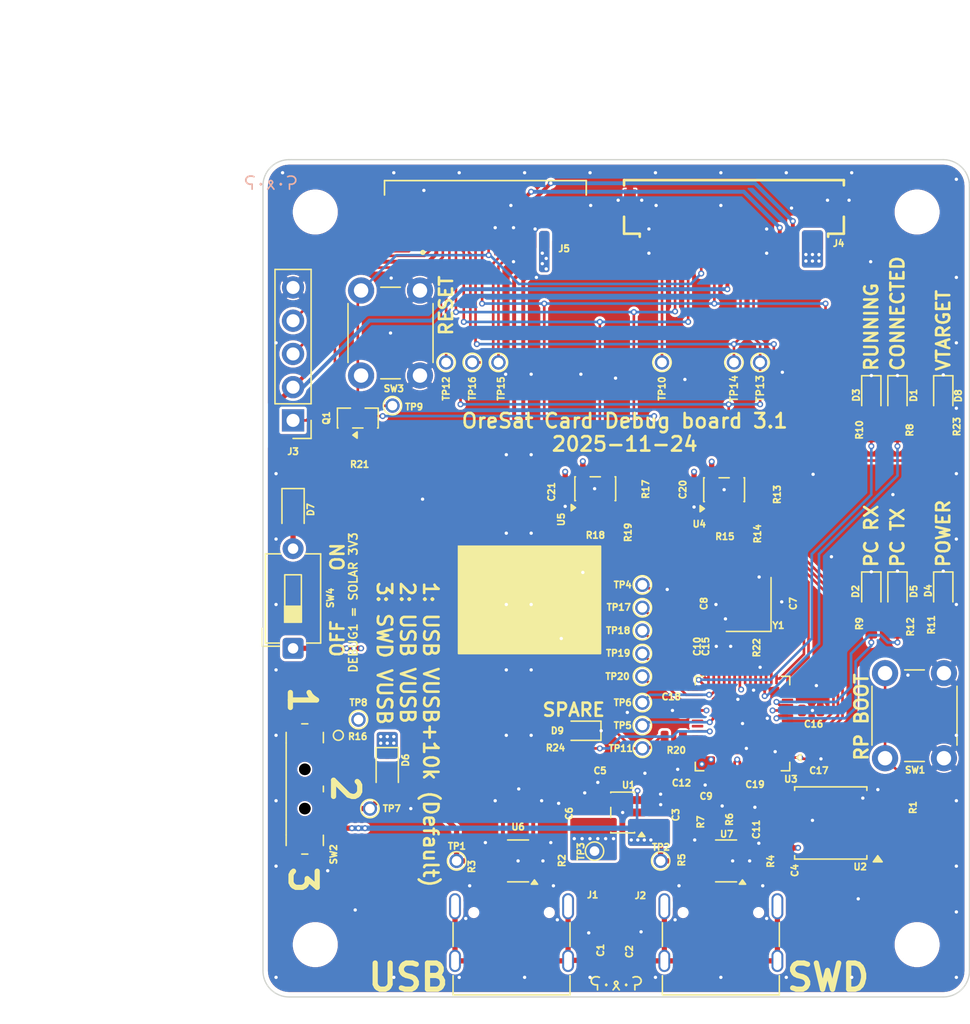
<source format=kicad_pcb>
(kicad_pcb (version 20241229) (generator "pcbnew") (generator_version "9.0")
  (title_block (title "Card Debug Board") (date "2025-11-24") (rev "3.1") (company "Portland State Aerosapce Society"))
  (layers (0 "F.Cu" signal) (4 "In1.Cu" signal) (6 "In2.Cu" signal) (2 "B.Cu" signal) (13 "F.Paste" user) (15 "B.Paste" user) (5 "F.SilkS" user "F.Silkscreen") (7 "B.SilkS" user "B.Silkscreen") (1 "F.Mask" user) (3 "B.Mask" user) (25 "Edge.Cuts" user))
  (net 0 "")
  (net 1 "GND")
  (net 2 "Net-(U1-BP)")
  (net 3 "+1V1")
  (net 4 "Net-(D1-A)")
  (net 5 "Net-(D2-A)")
  (net 6 "/DEBUG0{slash}5VUSBHOST")
  (net 7 "+3.3V")
  (net 8 "VBUS2")
  (net 9 "/VBUSP")
  (net 10 "/DBG1{slash}SM3V3")
  (net 11 "Net-(D3-A)")
  (net 12 "Net-(D4-A)")
  (net 13 "Net-(D5-A)")
  (net 14 "Net-(D6-A)")
  (net 15 "Net-(D7-A)")
  (net 16 "/VTARGET")
  (net 17 "/CARD_TX")
  (net 18 "/CARD_USB_DM")
  (net 19 "/CARD_USB_DP")
  (net 20 "/NRESET")
  (net 21 "/SWDCLK")
  (net 22 "/CARD_RX")
  (net 23 "/SWDIO")
  (net 24 "VBUS1")
  (net 25 "/DEBUG2")
  (net 26 "/DEBUG3")
  (net 27 "/POWER_LED")
  (net 28 "/DAP_CONNECTED_LED")
  (net 29 "/DAP_TARGET_RUNNING_LED")
  (net 30 "/UART1_TX")
  (net 31 "/UART_RX_LED")
  (net 32 "/UART_TX_LED")
  (net 33 "/SWDCLK{slash}UART0TX")
  (net 34 "/TARGET_VOLTAGE")
  (net 35 "/RESET_TARGET")
  (net 36 "/UART1_RX")
  (net 37 "/SWDIO{slash}UART0RX")
  (net 39 "Net-(J1-SHIELD)")
  (net 40 "Net-(J2-SHIELD)")
  (net 41 "Net-(U3-XIN)")
  (net 42 "Net-(U3-XOUT)")
  (net 43 "Net-(J1-CC2)")
  (net 46 "Net-(J1-CC1)")
  (net 47 "Net-(J2-D--PadA7)")
  (net 48 "Net-(J2-CC2)")
  (net 50 "Net-(J2-D+-PadA6)")
  (net 52 "Net-(J2-CC1)")
  (net 53 "Net-(J4-SWO)")
  (net 54 "Net-(J5-SWO)")
  (net 55 "Net-(J5-HOST-D+)")
  (net 56 "Net-(J5-HOST-D-)")
  (net 57 "Net-(R1-Pad1)")
  (net 58 "Net-(U2-~{CS})")
  (net 59 "Net-(U3-USB_DM)")
  (net 60 "Net-(U3-USB_DP)")
  (net 61 "Net-(U3-GPIO6)")
  (net 62 "Net-(R15-Pad1)")
  (net 63 "Net-(R16-Pad2)")
  (net 64 "Net-(R18-Pad1)")
  (net 65 "Net-(U3-GPIO14)")
  (net 66 "Net-(U3-RUN)")
  (net 67 "Net-(U3-SWCLK)")
  (net 68 "Net-(U3-SWD)")
  (net 69 "Net-(U2-DI{slash}IO_{0})")
  (net 70 "Net-(U2-~{HOLD}{slash}~{RESET}{slash}IO_{3})")
  (net 71 "Net-(U2-DO{slash}IO_{1})")
  (net 72 "Net-(U2-~{WP}{slash}IO_{2})")
  (net 73 "Net-(U2-CLK)")
  (net 87 "Net-(J1-D--PadA7)")
  (net 88 "Net-(J1-D+-PadA6)")
  (net 89 "Net-(R6-Pad1)")
  (net 90 "Net-(R7-Pad1)")
  (net 91 "Net-(C8-Pad2)")
  (net 92 "Net-(D8-A)")
  (net 93 "Net-(U3-GPIO17)")
  (net 94 "Net-(U3-GPIO18)")
  (net 95 "Net-(U3-GPIO19)")
  (net 96 "Net-(U3-GPIO20)")
  (net 97 "Net-(D9-A)")
  (net 98 "Net-(U3-GPIO25)")
  (footprint "oresat-passives:0603-C-NOSILK" (layer "F.Cu") (at 170.25 91)
    (property "Reference" "R24")
    (property "Value" "1k")
  )
  (footprint "oresat-misc:TestPoint-MinTH" (layer "F.Cu") (at 153.3 88.8)
    (property "Reference" "TP8")
    (property "Value" "TestPoint-MinTH" (hide yes))
  )
  (footprint "Button_Switch_THT:SW_PUSH_6mm" (layer "F.Cu") (at 158 56 -90)
    (property "Reference" "SW3")
    (property "Value" "B3F-1000")
  )
  (footprint "oresat-misc:TestPoint-MinTH" (layer "F.Cu") (at 175 87.5)
    (property "Reference" "TP6")
    (property "Value" "TestPoint-MinTH" (hide yes))
  )
  (footprint "oresat-passives:0603-C-NOSILK" (layer "F.Cu") (at 182 94.5 45)
    (property "Reference" "C19")
    (property "Value" "100n")
  )
  (footprint "oresat-passives:0603-C-NOSILK" (layer "F.Cu") (at 182.85 83.3 -90)
    (property "Reference" "R22")
    (property "Value" "1k")
  )
  (footprint "oresat-misc:TestPoint-MinTH" (layer "F.Cu") (at 160 61.5)
    (property "Reference" "TP12")
    (property "Value" "TestPoint-MinTH" (hide yes))
  )
  (footprint "oresat-passives:0603-C-NOSILK" (layer "F.Cu") (at 187.9 88.1 180)
    (property "Reference" "C16")
    (property "Value" "100n")
  )
  (footprint "oresat-misc:TestPoint-MinTH" (layer "F.Cu") (at 175 80.25)
    (property "Reference" "TP17")
    (property "Value" "TestPoint-MinTH" (hide yes))
  )
  (footprint "oresat-misc:TestPoint-MinTH" (layer "F.Cu") (at 176.4 99.6)
    (property "Reference" "TP2")
    (property "Value" "TestPoint-MinTH" (hide yes))
  )
  (footprint "oresat-misc:TestPoint-MinTH" (layer "F.Cu") (at 182 61.5)
    (property "Reference" "TP14")
    (property "Value" "TestPoint-MinTH" (hide yes))
  )
  (footprint "oresat-passives:0603-C-NOSILK" (layer "F.Cu") (at 153.2 68.25 180)
    (property "Reference" "R21")
    (property "Value" "1k")
  )
  (footprint "LED_SMD:LED_0603_1608Metric" (layer "F.Cu") (at 194.5 64 -90)
    (property "Reference" "D1")
    (property "Value" "GRN")
  )
  (footprint "oresat-misc:TestPoint-MinTH" (layer "F.Cu") (at 155.9 64.8 -90)
    (property "Reference" "TP9")
    (property "Value" "TestPoint-MinTH" (hide yes))
  )
  (footprint "oresat-connectors:J-JST-SM14BSHLSTF" (layer "F.Cu") (at 182 49.9 180)
    (property "Reference" "J4")
    (property "Value" "5040501291" (hide yes))
  )
  (footprint "Package_TO_SOT_SMD:SOT-23-5" (layer "F.Cu") (at 171.4 71.15 90)
    (property "Reference" "U5")
    (property "Value" "74AUP1G17")
  )
  (footprint "Crystal:Crystal_SMD_3225-4Pin_3.2x2.5mm" (layer "F.Cu") (at 183.125 80 90)
    (property "Reference" "Y1")
    (property "Value" "12 MHz")
  )
  (footprint "LED_SMD:LED_0603_1608Metric" (layer "F.Cu") (at 198 79 -90)
    (property "Reference" "D4")
    (property "Value" "GRN")
  )
  (footprint "oresat-passives:0603-C-NOSILK" (layer "F.Cu") (at 185.65 79.9 -90)
    (property "Reference" "C7")
    (property "Value" "15p")
  )
  (footprint "oresat-misc:TestPoint-MinTH" (layer "F.Cu") (at 175 78.5)
    (property "Reference" "TP4")
    (property "Value" "TestPoint-MinTH" (hide yes))
  )
  (footprint "oresat-passives:0603-C-NOSILK" (layer "F.Cu") (at 174.35 71.2 90)
    (property "Reference" "R17")
    (property "Value" "100")
  )
  (footprint "oresat-passives:0603-C-NOSILK" (layer "F.Cu") (at 181.2 73.9)
    (property "Reference" "R15")
    (property "Value" "100")
  )
  (footprint "oresat-passives:0603-C-NOSILK" (layer "F.Cu") (at 180.65 83.3 -90)
    (property "Reference" "C10")
    (property "Value" "100n")
  )
  (footprint "oresat-misc:TestPoint-MinTH" (layer "F.Cu") (at 176.5 61.5)
    (property "Reference" "TP10")
    (property "Value" "TestPoint-MinTH" (hide yes))
  )
  (footprint "oresat-passives:0603-C-NOSILK" (layer "F.Cu") (at 180.625 79.9 90)
    (property "Reference" "C8")
    (property "Value" "15p")
  )
  (footprint "oresat-passives:0603-C-NOSILK" (layer "F.Cu") (at 153.2 91.1 180)
    (property "Reference" "R16")
    (property "Value" "10k")
  )
  (footprint "oresat-misc:TestPoint-MinTH" (layer "F.Cu") (at 175 82)
    (property "Reference" "TP18")
    (property "Value" "TestPoint-MinTH" (hide yes))
  )
  (footprint "oresat-passives:0603-C-NOSILK" (layer "F.Cu") (at 192.5 81.6 -90)
    (property "Reference" "R9")
    (property "Value" "1k")
  )
  (footprint "oresat-passives:0603-C-NOSILK" (layer "F.Cu") (at 171.69375 93.6 180)
    (property "Reference" "C5")
    (property "Value" "470p")
  )
  (footprint "oresat-passives:0603-C-NOSILK" (layer "F.Cu") (at 188.5 91.8 180)
    (property "Reference" "C17")
    (property "Value" "100n")
  )
  (footprint "Package_TO_SOT_SMD:SOT-23-5" (layer "F.Cu") (at 181.25 71.225 90)
    (property "Reference" "U4")
    (property "Value" "74AUP1G17")
  )
  (footprint "oresat-misc:TestPoint-MinTH" (layer "F.Cu") (at 175 85.5)
    (property "Reference" "TP20")
    (property "Value" "TestPoint-MinTH" (hide yes))
  )
  (footprint "MountingHole:MountingHole_3.2mm_M3" (layer "F.Cu") (at 150 50)
    (property "Reference" "H1" (hide yes))
    (property "Value" "MountingHole" (hide yes))
  )
  (footprint "LED_SMD:LED_0603_1608Metric" (layer "F.Cu") (at 198 64 -90)
    (property "Reference" "D8")
    (property "Value" "GRN")
  )
  (footprint "Diode_SMD:D_SOD-323" (layer "F.Cu") (at 155.5 92.55 -90)
    (property "Reference" "D6")
    (property "Value" "ZLLS410TA")
  )
  (footprint "oresat-passives:0603-C-NOSILK" (layer "F.Cu") (at 183.6 95.4 90)
    (property "Reference" "C11")
    (property "Value" "100n")
  )
  (footprint "oresat-passives:0603-C-NOSILK" (layer "F.Cu") (at 179.9 93.8)
    (property "Reference" "C9")
    (property "Value" "2.2u")
  )
  (footprint "oresat-passives:0603-C-NOSILK" (layer "F.Cu") (at 177.8 92.6 180)
    (property "Reference" "C12")
    (property "Value" "2.2u")
  )
  (footprint "Package_TO_SOT_SMD:SOT-23" (layer "F.Cu") (at 153.25 65.75 90)
    (property "Reference" "Q1")
    (property "Value" "PMV450ENEAR")
  )
  (footprint "oresat-passives:0603-C-NOSILK" (layer "F.Cu") (at 183.9 99.6 90)
    (property "Reference" "R4")
    (property "Value" "5.1k")
  )
  (footprint "Diode_SMD:D_SOD-323" (layer "F.Cu") (at 148.3 72.75 -90)
    (property "Reference" "D7")
    (property "Value" "ZLLS410TA")
  )
  (footprint "oresat-misc:SW-CK-PCM13SMTR" (layer "F.Cu") (at 149.2 94.1 -90)
    (property "Reference" "SW2")
    (property "Value" "PCM13SMTR" (hide yes))
  )
  (footprint "oresat-passives:0603-C-NOSILK" (layer "F.Cu") (at 171.3 73.8)
    (property "Reference" "R18")
    (property "Value" "100")
  )
  (footprint "MountingHole:MountingHole_3.2mm_M3" (layer "F.Cu") (at 196 50)
    (property "Reference" "H2" (hide yes))
    (property "Value" "MountingHole" (hide yes))
  )
  (footprint "Package_SO:TSOP-6_1.65x3.05mm_P0.95mm" (layer "F.Cu") (at 181.4 99.6 180)
    (property "Reference" "U7")
    (property "Value" "IP4234CZ6,125")
  )
  (footprint "oresat-misc:TestPoint-MinTH" (layer "F.Cu") (at 175 91 -90)
    (property "Reference" "TP11")
    (property "Value" "TestPoint-MinTH" (hide yes))
  )
  (footprint "oresat-passives:0603-C-NOSILK" (layer "F.Cu") (at 168 99.6 90)
    (property "Reference" "R2")
    (property "Value" "5.1k")
  )
  (footprint "oresat-misc:TestPoint-MinTH" (layer "F.Cu") (at 175 83.75)
    (property "Reference" "TP19")
    (property "Value" "TestPoint-MinTH" (hide yes))
  )
  (footprint "oresat-passives:0805-C-NOSILK" (layer "F.Cu") (at 170.59375 96 90)
    (property "Reference" "C6")
    (property "Value" "10u")
  )
  (footprint "LED_SMD:LED_0603_1608Metric" (layer "F.Cu") (at 192.5 64 -90)
    (property "Reference" "D3")
    (property "Value" "AMB")
  )
  (footprint "Package_SO:SOIC-8_5.3x5.3mm_P1.27mm" (layer "F.Cu") (at 189.4 96.7 180)
    (property "Reference" "U2")
    (property "Value" "W25Q16JVSS")
  )
  (footprint "oresat-passives:0603-C-NOSILK" (layer "F.Cu") (at 170.9 106.5 90)
    (property "Reference" "C1")
    (property "Value" "100n")
  )
  (footprint "Button_Switch_THT:SW_PUSH_6mm" (layer "F.Cu") (at 198.05 85.25 -90)
    (property "Reference" "SW1")
    (property "Value" "B3F-1000")
  )
  (footprint "oresat-passives:0603-C-NOSILK" (layer "F.Cu") (at 177.4 90.1 180)
    (property "Reference" "R20")
    (property "Value" "100")
  )
  (footprint "oresat-passives:0603-C-NOSILK" (layer "F.Cu") (at 182.5 96.7 90)
    (property "Reference" "R6")
    (property "Value" "27")
  )
  (footprint "LED_SMD:LED_0603_1608Metric" (layer "F.Cu") (at 192.5 79 -90)
    (property "Reference" "D2")
    (property "Value" "GRN")
  )
  (footprint "oresat-passives:0603-C-NOSILK" (layer "F.Cu") (at 163 99.6 90)
    (property "Reference" "R3")
    (property "Value" "5.1k")
  )
  (footprint "LED_SMD:LED_0603_1608Metric" (layer "F.Cu") (at 170.35 89.65 180)
    (property "Reference" "D9")
    (property "Value" "AMB")
  )
  (footprint "oresat-passives:0603-C-NOSILK" (layer "F.Cu") (at 178.9625 71.25 90)
    (property "Reference" "C20")
    (property "Value" "100n")
  )
  (footprint "oresat-passives:0603-C-NOSILK" (layer "F.Cu") (at 181.75 83.3 -90)
    (property "Reference" "C15")
    (property "Value" "100n")
  )
  (footprint "oresat-passives:0603-C-NOSILK" (layer "F.Cu") (at 184.4 71.6 90)
    (property "Reference" "R13")
    (property "Value" "100")
  )
  (footprint "oresat-passives:0603-C-NOSILK" (layer "F.Cu") (at 169.1 71.2 90)
    (property "Reference" "C21")
    (property "Value" "100n")
  )
  (footprint "oresat-passives:0603-C-NOSILK" (layer "F.Cu") (at 180.3 96.7 90)
    (property "Reference" "R7")
    (property "Value" "27")
  )
  (footprint "oresat-passives:0603-C-NOSILK" (layer "F.Cu") (at 178.9 99.6 90)
    (property "Reference" "R5")
    (property "Value" "5.1k")
  )
  (footprint "oresat-misc:TestPoint-MinTH" (layer "F.Cu") (at 162 61.5 90)
    (property "Reference" "TP16")
    (property "Value" "TestPoint-MinTH" (hide yes))
  )
  (footprint "oresat-passives:0603-C-NOSILK" (layer "F.Cu") (at 194.5 66.6 -90)
    (property "Reference" "R8")
    (property "Value" "1k")
  )
  (footprint "Button_Switch_THT:SW_DIP_SPSTx01_Slide_6.7x4.1mm_W7.62mm_P2.54mm_LowProfile" (layer "F.Cu") (at 148.3 83.35 90)
    (property "Reference" "SW4")
    (property "Value" "SW_DIP_x01")
  )
  (footprint "oresat-passives:0603-C-NOSILK" (layer "F.Cu") (at 194.65 95.95 -90)
    (property "Reference" "R1")
    (property "Value" "1k")
  )
  (footprint "oresat-passives:0603-C-NOSILK" (layer "F.Cu") (at 173 74.5 90)
    (property "Reference" "R19")
    (property "Value" "100")
  )
  (footprint "MountingHole:MountingHole_3.2mm_M3" (layer "F.Cu") (at 196 106)
    (property "Reference" "H4" (hide yes))
    (property "Value" "MountingHole" (hide yes))
  )
  (footprint "oresat-passives:0603-C-NOSILK" (layer "F.Cu") (at 198 66.6 -90)
    (property "Reference" "R23")
    (property "Value" "1k")
  )
  (footprint "Connector_USB:USB_C_Receptacle_Palconn_UTC16-G" (layer "F.Cu") (at 165 105)
    (property "Reference" "J1")
    (property "Value" "USB4105-GF-A" (hide yes))
  )
  (footprint "oresat-misc:TestPoint-MinTH" (layer "F.Cu") (at 160.8 99.6)
    (property "Reference" "TP1")
    (property "Value" "TestPoint-MinTH" (hide yes))
  )
  (footprint "oresat-misc:TestPoint-MinTH" (layer "F.Cu") (at 164 61.5)
    (property "Reference" "TP15")
    (property "Value" "TestPoint-MinTH" (hide yes))
  )
  (footprint "oresat-misc:TestPoint-MinTH" (layer "F.Cu") (at 184 61.5)
    (property "Reference" "TP13")
    (property "Value" "TestPoint-MinTH" (hide yes))
  )
  (footprint "oresat-passives:0805-C-NOSILK" (layer "F.Cu") (at 176.39375 96.1 90)
    (property "Reference" "C3")
    (property "Value" "10u")
  )
  (footprint "oresat-passives:0603-C-NOSILK" (layer "F.Cu") (at 192.5 66.6 -90)
    (property "Reference" "R10")
    (property "Value" "1k")
  )
  (footprint "MountingHole:MountingHole_3.2mm_M3" (layer "F.Cu") (at 150 106)
    (property "Reference" "H3" (hide yes))
    (property "Value" "MountingHole" (hide yes))
  )
  (footprint "oresat-passives:0603-C-NOSILK" (layer "F.Cu") (at 198 81.6 -90)
    (property "Reference" "R11")
    (property "Value" "1k")
  )
  (footprint "Connector_PinHeader_2.54mm:PinHeader_1x05_P2.54mm_Vertical" (layer "F.Cu") (at 148.3 65.93 180)
    (property "Reference" "J3")
    (property "Value" "Conn_01x05")
  )
  (footprint "oresat-passives:0603-C-NOSILK" (layer "F.Cu") (at 177.4 88.1)
    (property "Reference" "C18")
    (property "Value" "100n")
  )
  (footprint "Package_TO_SOT_SMD:SOT-23-5" (layer "F.Cu") (at 173.49375 95.9 180)
    (property "Reference" "U1")
    (property "Value" "MIC5205-3.3YM5")
  )
  (footprint "Package_SO:TSOP-6_1.65x3.05mm_P0.95mm" (layer "F.Cu") (at 165.5 99.6 180)
    (property "Reference" "U6")
    (property "Value" "IP4234CZ6,125" (hide yes))
  )
  (footprint "oresat-passives:0603-C-NOSILK" (layer "F.Cu") (at 182.9 74.6 90)
    (property "Reference" "R14")
    (property "Value" "100")
  )
  (footprint "oresat-misc:TestPoint-MinTH" (layer "F.Cu") (at 175 89.25)
    (property "Reference" "TP5")
    (property "Value" "TestPoint-MinTH" (hide yes))
  )
  (footprint "oresat-passives:0603-C-NOSILK" (layer "F.Cu") (at 185.8 100.3 90)
    (property "Reference" "C4")
    (property "Value" "100n")
  )
  (footprint "Package_DFN_QFN:QFN-56-1EP_7x7mm_P0.4mm_EP3.2x3.2mm" (layer "F.Cu") (at 182.655698 89.1 180)
    (property "Reference" "U3")
    (property "Value" "RP2040")
  )
  (footprint "Connector_USB:USB_C_Receptacle_Palconn_UTC16-G" (layer "F.Cu") (at 181 105)
    (property "Reference" "J2")
    (property "Value" "USB4105-GF-A")
  )
  (footprint "oresat-passives:0603-C-NOSILK" (layer "F.Cu") (at 194.5 81.6 -90)
    (property "Reference" "R12")
    (property "Value" "1k")
  )
  (footprint "oresat-passives:0603-C-NOSILK" (layer "F.Cu") (at 174.9 106.5 -90)
    (property "Reference" "C2")
    (property "Value" "100n")
  )
  (footprint "oresat-misc:TestPoint-MinTH" (layer "F.Cu") (at 171.34375 98.85 90)
    (property "Reference" "TP3")
    (property "Value" "TestPoint-MinTH" (hide yes))
  )
  (footprint "oresat-connectors:J-TE_2-1734592-0_FFC_MIRRORED" (layer "F.Cu") (at 163 50.5)
    (property "Reference" "J5")
    (property "Value" "2-1734592-0")
  )
  (footprint "oresat-misc:TestPoint-MinTH" (layer "F.Cu") (at 154.175 95.6 180)
    (property "Reference" "TP7")
    (property "Value" "TestPoint-MinTH" (hide yes))
  )
  (footprint "LED_SMD:LED_0603_1608Metric" (layer "F.Cu") (at 194.5 79 -90)
    (property "Reference" "D5")
    (property "Value" "AMB")
  )
  (gr_rect (start 160.95 75.55) (end 171.8 83.75) (stroke (width 0.125)) (fill yes) (layer "F.SilkS"))
  (gr_line (start 198 110) (end 148 110) (stroke (width 0.1)) (layer "Edge.Cuts"))
  (gr_arc (start 148 110) (mid 146.585786 109.414214) (end 146 108) (stroke (width 0.1)) (layer "Edge.Cuts"))
  (gr_line (start 200 48) (end 200 108) (stroke (width 0.1)) (layer "Edge.Cuts"))
  (gr_arc (start 146 48) (mid 146.585786 46.585786) (end 148 46) (stroke (width 0.1)) (layer "Edge.Cuts"))
  (gr_arc (start 198 46) (mid 199.414214 46.585786) (end 200 48) (stroke (width 0.1)) (layer "Edge.Cuts"))
  (gr_line (start 148 46) (end 198 46) (stroke (width 0.1)) (layer "Edge.Cuts"))
  (gr_arc (start 200 108) (mid 199.414214 109.414214) (end 198 110) (stroke (width 0.1)) (layer "Edge.Cuts"))
  (gr_line (start 146 108) (end 146 48) (stroke (width 0.1)) (layer "Edge.Cuts"))
  (gr_text "POWER" (at 198 77.25 90) (layer "F.SilkS") (effects (font (size 1 1) (thickness 0.2) (bold yes)) (justify left)))
  (gr_text "DEBUG1 = SOLAR 3V3" (at 152.9 79.85 90) (layer "F.SilkS") (effects (font (size 0.635 0.635) (thickness 0.127))))
  (gr_text "PC RX" (at 192.5 77.25 90) (layer "F.SilkS") (effects (font (size 1 1) (thickness 0.2) (bold yes)) (justify left)))
  (gr_text "PC TX" (at 194.5 77.25 90) (layer "F.SilkS") (effects (font (size 1 1) (thickness 0.2) (bold yes)) (justify left)))
  (gr_text "1: USB VUSB+10k (Default)\n2: USB VUSB\n3: SWD VUSB" (at 157.05 78.15 270) (layer "F.SilkS") (effects (font (size 1.1 1.1) (thickness 0.2) (bold yes)) (justify left)))
  (gr_text "RESET" (at 160 57.15 90) (layer "F.SilkS") (effects (font (size 1 1) (thickness 0.2) (bold yes))))
  (gr_text "RUNNING" (at 192.5 62.25 90) (layer "F.SilkS") (effects (font (size 1 1) (thickness 0.2) (bold yes)) (justify left)))
  (gr_text "2" (at 152.3 94.1 270) (layer "F.SilkS") (effects (font (size 2 2) (thickness 0.4) (bold yes))))
  (gr_text "OreSat Card Debug board ${REVISION}\n${ISSUE_DATE}\n" (at 173.65 66.85 0) (layer "F.SilkS") (effects (font (size 1.1 1.1) (thickness 0.2) (bold yes))))
  (gr_text "SPARE" (at 169.75 88.05 0) (layer "F.SilkS") (effects (font (size 1 1) (thickness 0.2) (bold yes))))
  (gr_text "RP BOOT" (at 191.75 88.6 90) (layer "F.SilkS") (effects (font (size 1 1) (thickness 0.2) (bold yes))))
  (gr_text "OFF     ON" (at 151.7 79.65 90) (layer "F.SilkS") (effects (font (size 1 1) (thickness 0.2) (bold yes))))
  (gr_text "USB" (at 157.1 108.5 0) (layer "F.SilkS") (effects (font (size 2 2) (thickness 0.4) (bold yes))))
  (gr_text "1" (at 149 87.3 270) (layer "F.SilkS") (effects (font (size 2 2) (thickness 0.4) (bold yes))))
  (gr_text "ʕ·ᴥ·ʔ﻿" (at 173 109 0) (layer "F.SilkS") (effects (font (size 1 1) (thickness 0.125))))
  (gr_text "3" (at 149.05 101.05 270) (layer "F.SilkS") (effects (font (size 2 2) (thickness 0.4) (bold yes))))
  (gr_text "SWD" (at 189.2 108.5 0) (layer "F.SilkS") (effects (font (size 2 2) (thickness 0.4) (bold yes))))
  (gr_text "CONNECTED" (at 194.5 62.25 90) (layer "F.SilkS") (effects (font (size 1 1) (thickness 0.2) (bold yes)) (justify left)))
  (gr_text "VTARGET" (at 198 62.25 90) (layer "F.SilkS") (effects (font (size 1 1) (thickness 0.2) (bold yes)) (justify left)))
  (gr_text "ʕ·ᴥ·ʔ﻿" (at 146.6 47.8 0) (layer "B.SilkS") (effects (font (size 1 1))))
  (via (at 170.9 105.1) (size 0.508) (drill 0.254) (layers "F.Cu" "B.Cu") (net 1))
  (via (at 165.15 51.2) (size 0.4572) (drill 0.254) (layers "F.Cu" "B.Cu") (net 1))
  (via (at 184.2 101.5) (size 0.508) (drill 0.254) (layers "F.Cu" "B.Cu") (net 1))
  (via (at 181.25 71.225) (size 0.4572) (drill 0.254) (layers "F.Cu" "B.Cu") (net 1))
  (via (at 155.75 59.25) (size 0.4572) (drill 0.254) (layers "F.Cu" "B.Cu") (net 1))
  (via (at 166 108.5) (size 0.4572) (drill 0.254) (layers "F.Cu" "B.Cu") (net 1))
  (via (at 191 108.5) (size 0.4572) (drill 0.254) (layers "F.Cu" "B.Cu") (net 1))
  (via (at 189.45 76.35) (size 0.4572) (drill 0.254) (layers "F.Cu" "B.Cu") (net 1))
  (via (at 164.6 80) (size 0.4572) (drill 0.254) (layers "F.Cu" "B.Cu") (net 1))
  (via (at 186 108.5) (size 0.4572) (drill 0.254) (layers "F.Cu" "B.Cu") (net 1))
  (via (at 166.8 51.3) (size 0.4572) (drill 0.254) (layers "F.Cu" "B.Cu") (net 1))
  (via (at 168.2 101.5) (size 0.508) (drill 0.254) (layers "F.Cu" "B.Cu") (net 1))
  (via (at 166 47) (size 0.4572) (drill 0.254) (layers "F.Cu" "B.Cu") (net 1))
  (via (at 199 70) (size 0.4572) (drill 0.254) (layers "F.Cu" "B.Cu") (net 1))
  (via (at 175.5 53.15) (size 0.4572) (drill 0.254) (layers "F.Cu" "B.Cu") (net 1))
  (via (at 156 108.5) (size 0.4572) (drill 0.254) (layers "F.Cu" "B.Cu") (net 1))
  (via (at 185.7 62.25) (size 0.4572) (drill 0.254) (layers "F.Cu" "B.Cu") (net 1))
  (via (at 167.4 99.6) (size 0.508) (drill 0.254) (layers "F.Cu" "B.Cu") (net 1))
  (via (at 186.4 49.7) (size 0.4572) (drill 0.254) (layers "F.Cu" "B.Cu") (net 1))
  (via (at 168.5 104.1) (size 0.508) (drill 0.254) (layers "F.Cu" "B.Cu") (net 1))
  (via (at 180.65 83.2) (size 0.508) (drill 0.254) (layers "F.Cu" "B.Cu") (net 1))
  (via (at 150.95 100.35) (size 0.4572) (drill 0.254) (layers "F.Cu" "B.Cu") (net 1))
  (via (at 176.9 78.85) (size 0.4572) (drill 0.254) (layers "F.Cu" "B.Cu") (net 1))
  (via (at 166.5 80) (size 0.4572) (drill 0.254) (layers "F.Cu" "B.Cu") (net 1))
  (via (at 155.8 55.05) (size 0.4572) (drill 0.254) (layers "F.Cu" "B.Cu") (net 1))
  (via (at 194.5 62.5) (size 0.4572) (drill 0.254) (layers "F.Cu" "B.Cu") (net 1))
  (via (at 181 108.5) (size 0.4572) (drill 0.254) (layers "F.Cu" "B.Cu") (net 1))
  (via (at 171.85 89.65) (size 0.4572) (drill 0.254) (layers "F.Cu" "B.Cu") (net 1))
  (via (at 168.6 95.2) (size 0.4572) (drill 0.254) (layers "F.Cu" "B.Cu") (net 1))
  (via (at 170.45 77.55) (size 0.4572) (drill 0.254) (layers "F.Cu" "B.Cu") (net 1))
  (via (at 199 55) (size 0.4572) (drill 0.254) (layers "F.Cu" "B.Cu") (net 1))
  (via (at 183.9 98.25) (size 0.4572) (drill 0.254) (layers "F.Cu" "B.Cu") (net 1))
  (via (at 181.75 83.2) (size 0.508) (drill 0.254) (layers "F.Cu" "B.Cu") (net 1))
  (via (at 163.75 51.2) (size 0.4572) (drill 0.254) (layers "F.Cu" "B.Cu") (net 1))
  (via (at 176.39375 94.5) (size 0.4572) (drill 0.254) (layers "F.Cu" "B.Cu") (net 1))
  (via (at 182.3 87.25) (size 0.508) (drill 0.254) (layers "F.Cu" "B.Cu") (net 1))
  (via (at 191.5 102.5) (size 0.4572) (drill 0.254) (layers "F.Cu" "B.Cu") (net 1))
  (via (at 161 47) (size 0.4572) (drill 0.254) (layers "F.Cu" "B.Cu") (net 1))
  (via (at 182.95 91) (size 0.508) (drill 0.254) (layers "F.Cu" "B.Cu") (net 1))
  (via (at 185.15 91.25) (size 0.508) (drill 0.254) (layers "F.Cu" "B.Cu") (net 1))
  (via (at 177.3 88.1) (size 0.4572) (drill 0.254) (layers "F.Cu" "B.Cu") (net 1))
  (via (at 192.5 62.5) (size 0.4572) (drill 0.254) (layers "F.Cu" "B.Cu") (net 1))
  (via (at 177.5 104.1) (size 0.508) (drill 0.254) (layers "F.Cu" "B.Cu") (net 1))
  (via (at 147 108.5) (size 0.4572) (drill 0.254) (layers "F.Cu" "B.Cu") (net 1))
  (via (at 174.9 105.020849) (size 0.508) (drill 0.254) (layers "F.Cu" "B.Cu") (net 1))
  (via (at 147 95) (size 0.4572) (drill 0.254) (layers "F.Cu" "B.Cu") (net 1))
  (via (at 172.95 62.7) (size 0.4572) (drill 0.254) (layers "F.Cu" "B.Cu") (net 1))
  (via (at 147 60) (size 0.4572) (drill 0.254) (layers "F.Cu" "B.Cu") (net 1))
  (via (at 188.3 86.2) (size 0.4572) (drill 0.254) (layers "F.Cu" "B.Cu") (net 1))
  (via (at 199 60) (size 0.4572) (drill 0.254) (layers "F.Cu" "B.Cu") (net 1))
  (via (at 199 65) (size 0.4572) (drill 0.254) (layers "F.Cu" "B.Cu") (net 1))
  (via (at 185.65 79.8) (size 0.508) (drill 0.254) (layers "F.Cu" "B.Cu") (net 1))
  (via (at 171.05 49.5) (size 0.4572) (drill 0.254) (layers "F.Cu" "B.Cu") (net 1))
  (via (at 175.5 51.3) (size 0.4572) (drill 0.254) (layers "F.Cu" "B.Cu") (net 1))
  (via (at 192.45 53.8) (size 0.4572) (drill 0.254) (layers "F.Cu" "B.Cu") (net 1))
  (via (at 157.3 95.6) (size 0.4572) (drill 0.254) (layers "F.Cu" "B.Cu") (net 1))
  (via (at 158.3 48.35) (size 0.4572) (drill 0.254) (layers "F.Cu" "B.Cu") (net 1))
  (via (at 164.95 49.5) (size 0.4572) (drill 0.254) (layers "F.Cu" "B.Cu") (net 1))
  (via (at 199 100) (size 0.4572) (drill 0.254) (layers "F.Cu" "B.Cu") (net 1))
  (via (at 184.5 104) (size 0.508) (drill 0.254) (layers "F.Cu" "B.Cu") (net 1))
  (via (at 170.3 62.4) (size 0.4572) (drill 0.254) (layers "F.Cu" "B.Cu") (net 1))
  (via (at 181 49.5) (size 0.4572) (drill 0.254) (layers "F.Cu" "B.Cu") (net 1))
  (via (at 195.3 85.4) (size 0.4572) (drill 0.254) (layers "F.Cu" "B.Cu") (net 1))
  (via (at 188.05 70.05) (size 0.4572) (drill 0.254) (layers "F.Cu" "B.Cu") (net 1))
  (via (at 199 103.5) (size 0.4572) (drill 0.254) (layers "F.Cu" "B.Cu") (net 1))
  (via (at 163.75 95) (size 0.4572) (drill 0.254) (layers "F.Cu" "B.Cu") (net 1))
  (via (at 199 75) (size 0.4572) (drill 0.254) (layers "F.Cu" "B.Cu") (net 1))
  (via (at 147 75) (size 0.4572) (drill 0.254) (layers "F.Cu" "B.Cu") (net 1))
  (via (at 147 70) (size 0.4572) (drill 0.254) (layers "F.Cu" "B.Cu") (net 1))
  (via (at 188 96.5) (size 0.4572) (drill 0.254) (layers "F.Cu" "B.Cu") (net 1))
  (via (at 166.5 85) (size 0.4572) (drill 0.254) (layers "F.Cu" "B.Cu") (net 1))
  (via (at 177.8 101.5) (size 0.508) (drill 0.254) (layers "F.Cu" "B.Cu") (net 1))
  (via (at 188.65 91.8) (size 0.4572) (drill 0.254) (layers "F.Cu" "B.Cu") (net 1))
  (via (at 147 90) (size 0.4572) (drill 0.254) (layers "F.Cu" "B.Cu") (net 1))
  (via (at 177.7 92.6) (size 0.4572) (drill 0.254) (layers "F.Cu" "B.Cu") (net 1))
  (via (at 176.4 95.3) (size 0.4572) (drill 0.254) (layers "F.Cu" "B.Cu") (net 1))
  (via (at 183.5 86.55) (size 0.508) (drill 0.254) (layers "F.Cu" "B.Cu") (net 1))
  (via (at 166.5 62.4) (size 0.4572) (drill 0.254) (layers "F.Cu" "B.Cu") (net 1))
  (via (at 193 94.15) (size 0.4572) (drill 0.254) (layers "F.Cu" "B.Cu") (net 1))
  (via (at 173.49375 95.9) (size 0.4572) (drill 0.254) (layers "F.Cu" "B.Cu") (net 1))
  (via (at 194.5 77.45) (size 0.4572) (drill 0.254) (layers "F.Cu" "B.Cu") (net 1))
  (via (at 147 85) (size 0.4572) (drill 0.254) (layers "F.Cu" "B.Cu") (net 1))
  (via (at 182.655698 89.1) (size 0.508) (drill 0.254) (layers "F.Cu" "B.Cu") (net 1))
  (via (at 184.5 53.15) (size 0.4572) (drill 0.254) (layers "F.Cu" "B.Cu") (net 1))
  (via (at 161.8 101.5) (size 0.508) (drill 0.254) (layers "F.Cu" "B.Cu") (net 1))
  (via (at 179 98) (size 0.4572) (drill 0.254) (layers "F.Cu" "B.Cu") (net 1))
  (via (at 173.85 88.25) (size 0.4572) (drill 0.254) (layers "F.Cu" "B.Cu") (net 1))
  (via (at 165.5 99.6) (size 0.508) (drill 0.254) (layers "F.Cu" "B.Cu") (net 1))
  (via (at 181.9 99.6) (size 0.4572) (drill 0.254) (layers "F.Cu" "B.Cu") (net 1))
  (via (at 179.8 93.8) (size 0.4572) (drill 0.254) (layers "F.Cu" "B.Cu") (net 1))
  (via (at 171.35 71.15) (size 0.4572) (drill 0.254) (layers "F.Cu" "B.Cu") (net 1))
  (via (at 181 47) (size 0.4572) (drill 0.254) (layers "F.Cu" "B.Cu") (net 1))
  (via (at 147 80) (size 0.4572) (drill 0.254) (layers "F.Cu" "B.Cu") (net 1))
  (via (at 161 108.5) (size 0.4572) (drill 0.254) (layers "F.Cu" "B.Cu") (net 1))
  (via (at 169.1 72.5) (size 0.4572) (drill 0.254) (layers "F.Cu" "B.Cu") (net 1))
  (via (at 164.6 68.55) (size 0.4572) (drill 0.254) (layers "F.Cu" "B.Cu") (net 1))
  (via (at 178.95 72.55) (size 0.4572) (drill 0.254) (layers "F.Cu" "B.Cu") (net 1))
  (via (at 164.55 62.4) (size 0.4572) (drill 0.254) (layers "F.Cu" "B.Cu") (net 1))
  (via (at 199 80) (size 0.4572) (drill 0.254) (layers "F.Cu" "B.Cu") (net 1))
  (via (at 191.85 94.8) (size 0.4572) (drill 0.254) (layers "F.Cu" "B.Cu") (net 1))
  (via (at 178.25 62.8) (size 0.4572) (drill 0.254) (layers "F.Cu" "B.Cu") (net 1))
  (via (at 192.5 77.5) (size 0.4572) (drill 0.254) (layers "F.Cu" "B.Cu") (net 1))
  (via (at 165.15 53.8) (size 0.4572) (drill 0.254) (layers "F.Cu" "B.Cu") (net 1))
  (via (at 173.15 49.1) (size 0.4572) (drill 0.254) (layers "F.Cu" "B.Cu") (net 1))
  (via (at 165.55 94.1) (size 0.4572) (drill 0.254) (layers "F.Cu" "B.Cu") (net 1))
  (via (at 158.2 71.95) (size 0.4572) (drill 0.254) (layers "F.Cu" "B.Cu") (net 1))
  (via (at 184.5 51.3) (size 0.4572) (drill 0.254) (layers "F.Cu" "B.Cu") (net 1))
  (via (at 167.3 95) (size 0.4572) (drill 0.254) (layers "F.Cu" "B.Cu") (net 1))
  (via (at 161.5 104) (size 0.508) (drill 0.254) (layers "F.Cu" "B.Cu") (net 1))
  (via (at 171.59375 93.6) (size 0.4572) (drill 0.254) (layers "F.Cu" "B.Cu") (net 1))
  (via (at 198 62.45) (size 0.4572) (drill 0.254) (layers "F.Cu" "B.Cu") (net 1))
  (via (at 175.19375 92.9) (size 0.4572) (drill 0.254) (layers "F.Cu" "B.Cu") (net 1))
  (via (at 164.6 74.55) (size 0.4572) (drill 0.254) (layers "F.Cu" "B.Cu") (net 1))
  (via (at 183.925 77.9) (size 0.508) (drill 0.254) (layers "F.Cu" "B.Cu") (net 1))
  (via (at 199 47.5) (size 0.4572) (drill 0.254) (layers "F.Cu" "B.Cu") (net 1))
  (via (at 184 84.8) (size 0.508) (drill 0.254) (layers "F.Cu" "B.Cu") (net 1))
  (via (at 163 98.2) (size 0.508) (drill 0.254) (layers "F.Cu" "B.Cu") (net 1))
  (via (at 198 77.45) (size 0.4572) (drill 0.254) (layers "F.Cu" "B.Cu") (net 1))
  (via (at 190.8 49.1) (size 0.4572) (drill 0.254) (layers "F.Cu" "B.Cu") (net 1))
  (via (at 166.5 68.55) (size 0.4572) (drill 0.254) (layers "F.Cu" "B.Cu") (net 1))
  (via (at 176 47) (size 0.4572) (drill 0.254) (layers "F.Cu" "B.Cu") (net 1))
  (via (at 189.15 49.1) (size 0.4572) (drill 0.254) (layers "F.Cu" "B.Cu") (net 1))
  (via (at 164.6 90) (size 0.4572) (drill 0.254) (layers "F.Cu" "B.Cu") (net 1))
  (via (at 199 95) (size 0.4572) (drill 0.254) (layers "F.Cu" "B.Cu") (net 1))
  (via (at 168.8 82.6) (size 0.4572) (drill 0.254) (layers "F.Cu" "B.Cu") (net 1))
  (via (at 147 100) (size 0.4572) (drill 0.254) (layers "F.Cu" "B.Cu") (net 1))
  (via (at 147.5 47) (size 0.4572) (drill 0.254) (layers "F.Cu" "B.Cu") (net 1))
  (via (at 199 108.5) (size 0.4572) (drill 0.254) (layers "F.Cu" "B.Cu") (net 1))
  (via (at 184.55 88.7) (size 0.508) (drill 0.254) (layers "F.Cu" "B.Cu") (net 1))
  (via (at 191 47) (size 0.4572) (drill 0.254) (layers "F.Cu" "B.Cu") (net 1))
  (via (at 164.6 85) (size 0.4572) (drill 0.254) (layers "F.Cu" "B.Cu") (net 1))
  (via (at 199 90) (size 0.4572) (drill 0.254) (layers "F.Cu" "B.Cu") (net 1))
  (via (at 186 47) (size 0.4572) (drill 0.254) (layers "F.Cu" "B.Cu") (net 1))
  (via (at 168 98.2) (size 0.508) (drill 0.254) (layers "F.Cu" "B.Cu") (net 1))
  (via (at 153.05 103.35) (size 0.4572) (drill 0.254) (layers "F.Cu" "B.Cu") (net 1))
  (via (at 174.95 49.1) (size 0.4572) (drill 0.254) (layers "F.Cu" "B.Cu") (net 1))
  (via (at 170.59375 94.4) (size 0.4572) (drill 0.254) (layers "F.Cu" "B.Cu") (net 1))
  (via (at 188 88.1) (size 0.4572) (drill 0.254) (layers "F.Cu" "B.Cu") (net 1))
  (via (at 156 47) (size 0.4572) (drill 0.254) (layers "F.Cu" "B.Cu") (net 1))
  (via (at 166.5 90) (size 0.4572) (drill 0.254) (layers "F.Cu" "B.Cu") (net 1))
  (via (at 181.1 95.4) (size 0.4572) (drill 0.254) (layers "F.Cu" "B.Cu") (net 1))
  (via (at 176.05 49.5) (size 0.4572) (drill 0.254) (layers "F.Cu" "B.Cu") (net 1))
  (via (at 166.5 74.55) (size 0.4572) (drill 0.254) (layers "F.Cu" "B.Cu") (net 1))
  (via (at 181.35 81.1) (size 0.508) (drill 0.254) (layers "F.Cu" "B.Cu") (net 1))
  (via (at 166.9 55) (size 0.4572) (drill 0.254) (layers "F.Cu" "B.Cu") (net 1))
  (via (at 180.625 80) (size 0.508) (drill 0.254) (layers "F.Cu" "B.Cu") (net 1))
  (via (at 176 108.5) (size 0.4572) (drill 0.254) (layers "F.Cu" "B.Cu") (net 1))
  (via (at 194.15 71.6) (size 0.4572) (drill 0.254) (layers "F.Cu" "B.Cu") (net 1))
  (via (at 183.6 95.5) (size 0.4572) (drill 0.254) (layers "F.Cu" "B.Cu") (net 1))
  (via (at 183.2 99.6) (size 0.4572) (drill 0.254) (layers "F.Cu" "B.Cu") (net 1))
  (via (at 171 108.5) (size 0.4572) (drill 0.254) (layers "F.Cu" "B.Cu") (net 1))
  (via (at 171 47) (size 0.4572) (drill 0.254) (layers "F.Cu" "B.Cu") (net 1))
  (segment (start 172.39375 93.6) (end 172.39375 94.9125) (width 0.2) (layer "F.Cu") (net 2))
  (segment (start 172.39375 94.9125) (end 172.35625 94.95) (width 0.2) (layer "F.Cu") (net 2))
  (segment (start 182.055698 86.694302) (end 181.5 87.25) (width 0.2) (layer "F.Cu") (net 3))
  (segment (start 181.5 87.25) (end 180.95 87.25) (width 0.2) (layer "F.Cu") (net 3))
  (segment (start 180.855698 91.55) (end 180.855698 91.844302) (width 0.2) (layer "F.Cu") (net 3))
  (segment (start 182.855698 92.5375) (end 182.855698 91.705698) (width 0.2) (layer "F.Cu") (net 3))
  (segment (start 180.95 87.25) (end 180.8 87.4) (width 0.2) (layer "F.Cu") (net 3))
  (segment (start 180.855698 92.5375) (end 180.855698 93.044302) (width 0.2) (layer "F.Cu") (net 3))
  (segment (start 181.05 84.75) (end 180.65 84.35) (width 0.2) (layer "F.Cu") (net 3))
  (segment (start 182.055698 85.6625) (end 182.055698 85.155698) (width 0.2) (layer "F.Cu") (net 3))
  (segment (start 180.855698 91.255698) (end 180.855698 91.55) (width 0.2) (layer "F.Cu") (net 3))
  (segment (start 180.855698 92.5375) (end 180.855698 91.844302) (width 0.2) (layer "F.Cu") (net 3))
  (segment (start 180.6 93.3) (end 180.6 93.8) (width 0.2) (layer "F.Cu") (net 3))
  (segment (start 180.8 87.4) (end 180.8 91.2) (width 0.2) (layer "F.Cu") (net 3))
  (segment (start 180.8 91.2) (end 180.855698 91.255698) (width 0.2) (layer "F.Cu") (net 3))
  (segment (start 182.855698 91.705698) (end 182.5 91.35) (width 0.2) (layer "F.Cu") (net 3))
  (segment (start 182.5 91.35) (end 180.855698 91.35) (width 0.2) (layer "F.Cu") (net 3))
  (segment (start 182.055698 85.6625) (end 182.055698 86.694302) (width 0.2) (layer "F.Cu") (net 3))
  (segment (start 183.6 94.1) (end 183.6 94.7) (width 0.2) (layer "F.Cu") (net 3))
  (segment (start 181.65 84.75) (end 181.05 84.75) (width 0.2) (layer "F.Cu") (net 3))
  (segment (start 182.855698 93.355698) (end 183.6 94.1) (width 0.2) (layer "F.Cu") (net 3))
  (segment (start 180.855698 93.044302) (end 180.6 93.3) (width 0.2) (layer "F.Cu") (net 3))
  (segment (start 182.055698 85.155698) (end 181.65 84.75) (width 0.2) (layer "F.Cu") (net 3))
  (segment (start 180.65 84.35) (end 180.65 84) (width 0.2) (layer "F.Cu") (net 3))
  (segment (start 182.855698 92.5375) (end 182.855698 93.355698) (width 0.2) (layer "F.Cu") (net 3))
  (segment (start 194.5 64.7875) (end 194.5 65.9) (width 0.2) (layer "F.Cu") (net 4))
  (segment (start 192.5 79.7875) (end 192.5 80.9) (width 0.2) (layer "F.Cu") (net 5))
  (segment (start 148.3 65.93) (end 149.32 65.93) (width 0.2) (layer "F.Cu") (net 6))
  (segment (start 153.05 54.25) (end 158.95 54.25) (width 0.2) (layer "F.Cu") (net 6))
  (segment (start 158.95 54.25) (end 159.75 53.45) (width 0.2) (layer "F.Cu") (net 6))
  (segment (start 151.5 63.75) (end 151.5 55.8) (width 0.2) (layer "F.Cu") (net 6))
  (segment (start 151.5 55.8) (end 153.05 54.25) (width 0.2) (layer "F.Cu") (net 6))
  (segment (start 159.75 53.45) (end 159.75 52.2) (width 0.2) (layer "F.Cu") (net 6))
  (segment (start 149.32 65.93) (end 151.5 63.75) (width 0.2) (layer "F.Cu") (net 6))
  (segment (start 182.455698 92.5375) (end 182.455698 93.965748) (width 0.2) (layer "F.Cu") (net 7))
  (segment (start 182.455698 93.965748) (end 182.494975 94.005025) (width 0.2) (layer "F.Cu") (net 7))
  (segment (start 187.2 91.7) (end 187.3 91.8) (width 0.2) (layer "F.Cu") (net 7))
  (segment (start 179.5 70.55) (end 179.9625 70.0875) (width 0.4) (layer "F.Cu") (net 7))
  (segment (start 178.95 69.85) (end 178.95 70.5375) (width 0.4) (layer "F.Cu") (net 7))
  (segment (start 181.6 84.15) (end 181.75 84) (width 0.2) (layer "F.Cu") (net 7))
  (segment (start 172.35625 96.85) (end 170.64375 96.85) (width 0.4) (layer "F.Cu") (net 7))
  (segment (start 186.093198 88.1) (end 187.2 88.1) (width 0.2) (layer "F.Cu") (net 7))
  (segment (start 148.3 83.35) (end 152.4 83.35) (width 0.4) (layer "F.Cu") (net 7))
  (segment (start 185.8 99.6) (end 185.8 98.6175) (width 0.4) (layer "F.Cu") (net 7))
  (segment (start 182.455698 85.055698) (end 181.6 84.2) (width 0.2) (layer "F.Cu") (net 7))
  (segment (start 180.3 69.075) (end 180.3 70.0875) (width 0.4) (layer "F.Cu") (net 7))
  (segment (start 185.8 98.6175) (end 185.8125 98.605) (width 0.4) (layer "F.Cu") (net 7))
  (segment (start 179.218198 88.1) (end 179.9 88.1) (width 0.2) (layer "F.Cu") (net 7))
  (segment (start 186.093198 91.7) (end 187.05 91.7) (width 0.2) (layer "F.Cu") (net 7))
  (segment (start 186.093198 88.1) (end 184.95 88.1) (width 0.2) (layer "F.Cu") (net 7))
  (segment (start 186.895 98.605) (end 186.9 98.6) (width 0.4) (layer "F.Cu") (net 7))
  (segment (start 181.6 84.2) (end 181.6 84.15) (width 0.2) (layer "F.Cu") (net 7))
  (segment (start 182.055698 93.565748) (end 182.494975 94.005025) (width 0.2) (layer "F.Cu") (net 7))
  (segment (start 169.6 70.5) (end 170.0875 70.0125) (width 0.4) (layer "F.Cu") (net 7))
  (segment (start 179.218198 88.1) (end 178.1 88.1) (width 0.2) (layer "F.Cu") (net 7))
  (segment (start 185.8125 98.605) (end 185.8075 98.6) (width 0.4) (layer "F.Cu") (net 7))
  (segment (start 170.45 69.05) (end 170.45 70.0125) (width 0.4) (layer "F.Cu") (net 7))
  (segment (start 182.455698 92.5375) (end 182.455698 92.055698) (width 0.2) (layer "F.Cu") (net 7))
  (segment (start 179.9625 70.0875) (end 180.3 70.0875) (width 0.4) (layer "F.Cu") (net 7))
  (segment (start 182.455698 86.405698) (end 182.455698 85.6625) (width 0.2) (layer "F.Cu") (net 7))
  (segment (start 185.8125 98.605) (end 186.895 98.605) (width 0.4) (layer "F.Cu") (net 7))
  (segment (start 182.055698 92.5375) (end 182.055698 93.565748) (width 0.2) (layer "F.Cu") (net 7))
  (segment (start 187.05 91.7) (end 187.2 91.7) (width 0.2) (layer "F.Cu") (net 7))
  (segment (start 187.3 91.8) (end 187.8 91.8) (width 0.2) (layer "F.Cu") (net 7))
  (segment (start 182.055698 92.5375) (end 182.055698 92.044302) (width 0.2) (layer "F.Cu") (net 7))
  (segment (start 182.55 86.5) (end 182.455698 86.405698) (width 0.2) (layer "F.Cu") (net 7))
  (segment (start 178.9625 70.55) (end 179.5 70.55) (width 0.4) (layer "F.Cu") (net 7))
  (segment (start 182.455698 92.055698) (end 182.25 91.85) (width 0.2) (layer "F.Cu") (net 7))
  (segment (start 170.64375 96.85) (end 170.59375 96.8) (width 0.4) (layer "F.Cu") (net 7))
  (segment (start 169.1 69.85) (end 169.1 70.5) (width 0.4) (layer "F.Cu") (net 7))
  (segment (start 170.0875 70.0125) (end 170.45 70.0125) (width 0.4) (layer "F.Cu") (net 7))
  (segment (start 182.055698 92.044302) (end 182.25 91.85) (width 0.2) (layer "F.Cu") (net 7))
  (segment (start 152.95 83.35) (end 153.5 83.35) (width 0.4) (layer "F.Cu") (net 7))
  (segment (start 152.4 83.35) (end 152.95 83.35) (width 0.4) (layer "F.Cu") (net 7))
  (segment (start 182.455698 85.6625) (end 182.455698 85.055698) (width 0.2) (layer "F.Cu") (net 7))
  (segment (start 169.1 70.5) (end 169.6 70.5) (width 0.4) (layer "F.Cu") (net 7))
  (segment (start 178.95 70.5375) (end 178.9625 70.55) (width 0.4) (layer "F.Cu") (net 7))
  (via (at 172.79375 97.9) (size 0.4572) (drill 0.254) (layers "F.Cu" "B.Cu") (net 7))
  (via (at 178.95 69.85) (size 0.4572) (drill 0.254) (layers "F.Cu" "B.Cu") (net 7))
  (via (at 169.1 69.85) (size 0.4572) (drill 0.254) (layers "F.Cu" "B.Cu") (net 7))
  (via (at 187.05 91.7) (size 0.4572) (drill 0.254) (layers "F.Cu" "B.Cu") (net 7))
  (via (at 170.45 69.05) (size 0.4572) (drill 0.254) (layers "F.Cu" "B.Cu") (net 7))
  (via (at 186.9 98.6) (size 0.4572) (drill 0.254) (layers "F.Cu" "B.Cu") (net 7))
  (via (at 180.3 69.075) (size 0.4572) (drill 0.254) (layers "F.Cu" "B.Cu") (net 7))
  (via (at 152.95 83.35) (size 0.4572) (drill 0.254) (layers "F.Cu" "B.Cu") (net 7))
  (via (at 170.39375 97.9) (size 0.4572) (drill 0.254) (layers "F.Cu" "B.Cu") (net 7))
  (via (at 184.95 88.1) (size 0.4572) (drill 0.254) (layers "F.Cu" "B.Cu") (net 7))
  (via (at 182.25 91.85) (size 0.4572) (drill 0.254) (layers "F.Cu" "B.Cu") (net 7))
  (via (at 182.55 86.5) (size 0.4572) (drill 0.254) (layers "F.Cu" "B.Cu") (net 7))
  (via (at 153.5 83.35) (size 0.4572) (drill 0.254) (layers "F.Cu" "B.Cu") (net 7))
  (via (at 171.59375 97.9) (size 0.4572) (drill 0.254) (layers "F.Cu" "B.Cu") (net 7))
  (via (at 172.19375 97.9) (size 0.4572) (drill 0.254) (layers "F.Cu" "B.Cu") (net 7))
  (via (at 180.25 91.85) (size 0.4572) (drill 0.254) (layers "F.Cu" "B.Cu") (net 7))
  (via (at 169.79375 97.9) (size 0.4572) (drill 0.254) (layers "F.Cu" "B.Cu") (net 7))
  (via (at 179.9 88.1) (size 0.4572) (drill 0.254) (layers "F.Cu" "B.Cu") (net 7))
  (via (at 170.99375 97.9) (size 0.4572) (drill 0.254) (layers "F.Cu" "B.Cu") (net 7))
  (via (at 179.55 92.2) (size 0.4572) (drill 0.254) (layers "F.Cu" "B.Cu") (net 7))
  (via (at 152.4 83.35) (size 0.4572) (drill 0.254) (layers "F.Cu" "B.Cu") (net 7))
  (segment (start 180.24 99.6) (end 178 99.6) (width 0.4) (layer "F.Cu") (net 8))
  (segment (start 178 99.6) (end 176.4 99.6) (width 0.4) (layer "F.Cu") (net 8))
  (segment (start 176.39375 99.59375) (end 176.4 99.6) (width 0.4) (layer "F.Cu") (net 8))
  (segment (start 178.6 102.49) (end 178.6 101.4) (width 0.4) (layer "F.Cu") (net 8))
  (segment (start 176.39375 96.9) (end 176.39375 99.59375) (width 0.4) (layer "F.Cu") (net 8))
  (segment (start 183.4 102.49) (end 183.4 103.1) (width 0.4) (layer "F.Cu") (net 8))
  (segment (start 174.63125 96.85) (end 176.34375 96.85) (width 0.4) (layer "F.Cu") (net 8))
  (segment (start 174.63125 94.95) (end 174.63125 94.2375) (width 0.2) (layer "F.Cu") (net 8))
  (segment (start 178.6 101.4) (end 178 100.8) (width 0.4) (layer "F.Cu") (net 8))
  (segment (start 178 100.8) (end 178 99.6) (width 0.4) (layer "F.Cu") (net 8))
  (segment (start 176.4 99.6) (end 176.1 99.6) (width 0.4) (layer "F.Cu") (net 8))
  (segment (start 178.6 103.1) (end 178.6 102.49) (width 0.4) (layer "F.Cu") (net 8))
  (segment (start 150.9458 97.1) (end 153.8 97.1) (width 0.4) (layer "F.Cu") (net 8))
  (segment (start 176.34375 96.85) (end 176.39375 96.9) (width 0.4) (layer "F.Cu") (net 8))
  (segment (start 179.5 104) (end 178.6 103.1) (width 0.4) (layer "F.Cu") (net 8))
  (segment (start 183.4 103.1) (end 182.5 104) (width 0.4) (layer "F.Cu") (net 8))
  (segment (start 174.59375 94.2) (end 174.63125 94.2375) (width 0.2) (layer "F.Cu") (net 8))
  (segment (start 182.5 104) (end 179.5 104) (width 0.4) (layer "F.Cu") (net 8))
  (via (at 153.8 97.1) (size 0.4572) (drill 0.254) (layers "F.Cu" "B.Cu") (net 8))
  (via (at 175.65 98) (size 0.4572) (drill 0.254) (layers "F.Cu" "B.Cu") (net 8))
  (via (at 174.15 98) (size 0.4572) (drill 0.254) (layers "F.Cu" "B.Cu") (net 8))
  (via (at 152.8 97.1) (size 0.4572) (drill 0.254) (layers "F.Cu" "B.Cu") (net 8))
  (via (at 175.15 98) (size 0.4572) (drill 0.254) (layers "F.Cu" "B.Cu") (net 8))
  (via (at 153.3 97.1) (size 0.4572) (drill 0.254) (layers "F.Cu" "B.Cu") (net 8))
  (via (at 174.65 98) (size 0.4572) (drill 0.254) (layers "F.Cu" "B.Cu") (net 8))
  (via (at 174.63125 94.2375) (size 0.4572) (drill 0.254) (layers "F.Cu" "B.Cu") (net 8))
  (segment (start 174.59375 94.275) (end 174.59375 97.1) (width 0.2) (layer "B.Cu") (net 8))
  (segment (start 153.8 97.1) (end 174.59375 97.1) (width 0.4) (layer "B.Cu") (net 8))
  (segment (start 153.8 97.1) (end 153.3 97.1) (width 0.4) (layer "B.Cu") (net 8))
  (segment (start 174.63125 94.2375) (end 174.59375 94.275) (width 0.2) (layer "B.Cu") (net 8))
  (segment (start 153.3 97.1) (end 152.8 97.1) (width 0.4) (layer "B.Cu") (net 8))
  (via (at 156 90.1) (size 0.4572) (drill 0.254) (layers "F.Cu" "B.Cu") (net 9))
  (via (at 156 90.6) (size 0.4572) (drill 0.254) (layers "F.Cu" "B.Cu") (net 9))
  (via (at 155 90.6) (size 0.4572) (drill 0.254) (layers "F.Cu" "B.Cu") (net 9))
  (via (at 167.35 53.95) (size 0.4572) (drill 0.254) (layers "F.Cu" "B.Cu") (net 9))
  (via (at 155.5 90.1) (size 0.4572) (drill 0.254) (layers "F.Cu" "B.Cu") (net 9))
  (via (at 187.5 53.75) (size 0.4572) (drill 0.254) (layers "F.Cu" "B.Cu") (net 9))
  (via (at 155.5 90.6) (size 0.4572) (drill 0.254) (layers "F.Cu" "B.Cu") (net 9))
  (via (at 188 53.25) (size 0.4572) (drill 0.254) (layers "F.Cu" "B.Cu") (net 9))
  (via (at 167.65 54.35) (size 0.4572) (drill 0.254) (layers "F.Cu" "B.Cu") (net 9))
  (via (at 187.5 53.25) (size 0.4572) (drill 0.254) (layers "F.Cu" "B.Cu") (net 9))
  (via (at 188.5 53.25) (size 0.4572) (drill 0.254) (layers "F.Cu" "B.Cu") (net 9))
  (via (at 188.5 53.75) (size 0.4572) (drill 0.254) (layers "F.Cu" "B.Cu") (net 9))
  (via (at 155 90.1) (size 0.4572) (drill 0.254) (layers "F.Cu" "B.Cu") (net 9))
  (via (at 167.65 53.55) (size 0.4572) (drill 0.254) (layers "F.Cu" "B.Cu") (net 9))
  (via (at 167.35 53.15) (size 0.4572) (drill 0.254) (layers "F.Cu" "B.Cu") (net 9))
  (via (at 188 53.75) (size 0.4572) (drill 0.254) (layers "F.Cu" "B.Cu") (net 9))
  (segment (start 150.95 60.74) (end 150.95 55.706224) (width 0.3) (layer "F.Cu") (net 10))
  (segment (start 146.85 64.84) (end 146.85 67.8) (width 0.4) (layer "F.Cu") (net 10))
  (segment (start 150.95 55.706224) (end 152.856224 53.8) (width 0.3) (layer "F.Cu") (net 10))
  (segment (start 148.3 63.39) (end 146.85 64.84) (width 0.4) (layer "F.Cu") (net 10))
  (segment (start 152.856224 53.8) (end 158.65 53.8) (width 0.3) (layer "F.Cu") (net 10))
  (segment (start 148.3 63.39) (end 150.95 60.74) (width 0.3) (layer "F.Cu") (net 10))
  (segment (start 148.3 69.25) (end 148.3 71.7) (width 0.4) (layer "F.Cu") (net 10))
  (segment (start 146.85 67.8) (end 148.3 69.25) (width 0.4) (layer "F.Cu") (net 10))
  (segment (start 181.5 52.237) (end 181.5 55.9) (width 0.3) (layer "F.Cu") (net 10))
  (segment (start 159.25 53.2) (end 159.25 52.2) (width 0.3) (layer "F.Cu") (net 10))
  (segment (start 158.65 53.8) (end 159.25 53.2) (width 0.3) (layer "F.Cu") (net 10))
  (via (at 181.5 55.9) (size 0.4572) (drill 0.254) (layers "F.Cu" "B.Cu") (net 10))
  (segment (start 154.15 58.3) (end 149.06 63.39) (width 0.3) (layer "B.Cu") (net 10))
  (segment (start 149.06 63.39) (end 148.3 63.39) (width 0.3) (layer "B.Cu") (net 10))
  (segment (start 181.5 55.9) (end 161.25 55.9) (width 0.3) (layer "B.Cu") (net 10))
  (segment (start 161.25 55.9) (end 158.85 58.3) (width 0.3) (layer "B.Cu") (net 10))
  (segment (start 158.85 58.3) (end 154.15 58.3) (width 0.3) (layer "B.Cu") (net 10))
  (segment (start 192.5 64.7875) (end 192.5 65.9) (width 0.2) (layer "F.Cu") (net 11))
  (segment (start 198 79.7875) (end 198 80.9) (width 0.2) (layer "F.Cu") (net 12))
  (segment (start 194.5 79.7875) (end 194.5 80.9) (width 0.2) (layer "F.Cu") (net 13))
  (segment (start 152.799999 95.600001) (end 152.8 95.6) (width 0.4) (layer "F.Cu") (net 14))
  (segment (start 152.8 95.6) (end 154.175 95.6) (width 0.4) (layer "F.Cu") (net 14))
  (segment (start 150.9458 95.600001) (end 152.799999 95.600001) (width 0.4) (layer "F.Cu") (net 14))
  (segment (start 154.175 95.6) (end 155.5 94.275) (width 0.4) (layer "F.Cu") (net 14))
  (segment (start 155.5 94.275) (end 155.5 93.6) (width 0.4) (layer "F.Cu") (net 14))
  (segment (start 148.3 75.73) (end 148.3 73.8) (width 0.4) (layer "F.Cu") (net 15))
  (segment (start 167.5 84.25) (end 167.5 57) (width 0.2) (layer "F.Cu") (net 16))
  (segment (start 176.4 90.1) (end 175.5 91) (width 0.2) (layer "F.Cu") (net 16))
  (segment (start 189 57) (end 189 66.5) (width 0.2) (layer "F.Cu") (net 16))
  (segment (start 180.5 57) (end 180.5 52.237) (width 0.2) (layer "F.Cu") (net 16))
  (segment (start 162.75 57) (end 162.75 52.2) (width 0.2) (layer "F.Cu") (net 16))
  (segment (start 198 67.3) (end 198 68) (width 0.2) (layer "F.Cu") (net 16))
  (segment (start 191.5 69) (end 189 66.5) (width 0.2) (layer "F.Cu") (net 16))
  (segment (start 198 68) (end 197 69) (width 0.2) (layer "F.Cu") (net 16))
  (segment (start 175 91) (end 174.25 91) (width 0.2) (layer "F.Cu") (net 16))
  (segment (start 176.7 90.1) (end 176.4 90.1) (width 0.2) (layer "F.Cu") (net 16))
  (segment (start 197 69) (end 191.5 69) (width 0.2) (layer "F.Cu") (net 16))
  (segment (start 175.5 91) (end 175 91) (width 0.2) (layer "F.Cu") (net 16))
  (segment (start 174.25 91) (end 167.5 84.25) (width 0.2) (layer "F.Cu") (net 16))
  (via (at 180.5 57) (size 0.4572) (drill 0.254) (layers "F.Cu" "B.Cu") (net 16))
  (via (at 162.75 57) (size 0.4572) (drill 0.254) (layers "F.Cu" "B.Cu") (net 16))
  (via (at 189 57) (size 0.4572) (drill 0.254) (layers "F.Cu" "B.Cu") (net 16))
  (via (at 167.5 57) (size 0.4572) (drill 0.254) (layers "F.Cu" "B.Cu") (net 16))
  (segment (start 167.5 57) (end 162.75 57) (width 0.2) (layer "B.Cu") (net 16))
  (segment (start 167.5 57) (end 180.5 57) (width 0.2) (layer "B.Cu") (net 16))
  (segment (start 180.5 57) (end 189 57) (width 0.2) (layer "B.Cu") (net 16))
  (segment (start 183.5 52.237) (end 183.5 59.6) (width 0.2) (layer "F.Cu") (net 17))
  (segment (start 161.1 64.7) (end 161.1 60.55) (width 0.2) (layer "F.Cu") (net 17))
  (segment (start 184 60.1) (end 184 61.5) (width 0.2) (layer "F.Cu") (net 17))
  (segment (start 184 64.7) (end 184 61.5) (width 0.2) (layer "F.Cu") (net 17))
  (segment (start 183.3 73) (end 183.3 71.8) (width 0.2) (layer "F.Cu") (net 17))
  (segment (start 183.5 59.6) (end 184 60.1) (width 0.2) (layer "F.Cu") (net 17))
  (segment (start 181.9 71) (end 181.6 70.7) (width 0.2) (layer "F.Cu") (net 17))
  (segment (start 181.9 73.9) (end 182.9 73.9) (width 0.2) (layer "F.Cu") (net 17))
  (segment (start 161.75 53.1) (end 161.75 52.2) (width 0.2) (layer "F.Cu") (net 17))
  (segment (start 182.9 73.4) (end 183.3 73) (width 0.2) (layer "F.Cu") (net 17))
  (segment (start 183.3 71.8) (end 182.5 71) (width 0.2) (layer "F.Cu") (net 17))
  (segment (start 161.85 53.2) (end 161.75 53.1) (width 0.2) (layer "F.Cu") (net 17))
  (segment (start 161.1 60.55) (end 161.85 59.8) (width 0.2) (layer "F.Cu") (net 17))
  (segment (start 182.5 71) (end 181.9 71) (width 0.2) (layer "F.Cu") (net 17))
  (segment (start 161.85 59.8) (end 161.85 53.2) (width 0.2) (layer "F.Cu") (net 17))
  (segment (start 182.9 73.9) (end 182.9 73.4) (width 0.2) (layer "F.Cu") (net 17))
  (segment (start 181.6 70.7) (end 181.6 64.7) (width 0.2) (layer "F.Cu") (net 17))
  (via (at 161.1 64.7) (size 0.4572) (drill 0.254) (layers "F.Cu" "B.Cu") (net 17))
  (via (at 181.6 64.7) (size 0.4572) (drill 0.254) (layers "F.Cu" "B.Cu") (net 17))
  (via (at 184 64.7) (size 0.4572) (drill 0.254) (layers "F.Cu" "B.Cu") (net 17))
  (segment (start 181.6 64.7) (end 184 64.7) (width 0.2) (layer "B.Cu") (net 17))
  (segment (start 181.6 64.7) (end 161.1 64.7) (width 0.2) (layer "B.Cu") (net 17))
  (segment (start 164.34 94.4) (end 165.2 93.54) (width 0.3) (layer "F.Cu") (net 18))
  (segment (start 165.75 54.55) (end 165.75 52.2) (width 0.3) (layer "F.Cu") (net 18))
  (segment (start 185.5 51.2) (end 185.5 52.237) (width 0.3) (layer "F.Cu") (net 18))
  (segment (start 164.34 98.65) (end 164.34 94.4) (width 0.3) (layer "F.Cu") (net 18))
  (segment (start 165.2 93.54) (end 165.2 55.1) (width 0.3) (layer "F.Cu") (net 18))
  (segment (start 165.75 49.2) (end 165.75 52.2) (width 0.3) (layer "F.Cu") (net 18))
  (segment (start 166.5 48.45) (end 165.75 49.2) (width 0.3) (layer "F.Cu") (net 18))
  (segment (start 165.2 55.1) (end 165.75 54.55) (width 0.3) (layer "F.Cu") (net 18))
  (via (at 185.5 51.2) (size 0.4572) (drill 0.254) (layers "F.Cu" "B.Cu") (net 18))
  (via (at 166.5 48.45) (size 0.4572) (drill 0.254) (layers "F.Cu" "B.Cu") (net 18))
  (segment (start 166.5 48.45) (end 182.75 48.45) (width 0.3) (layer "B.Cu") (net 18))
  (segment (start 182.75 48.45) (end 185.5 51.2) (width 0.3) (layer "B.Cu") (net 18))
  (segment (start 166.66 94.31) (end 165.9 93.55) (width 0.3) (layer "F.Cu") (net 19))
  (segment (start 168 47.8) (end 166.25 49.55) (width 0.3) (layer "F.Cu") (net 19))
  (segment (start 166.25 49.55) (end 166.25 52.2) (width 0.3) (layer "F.Cu") (net 19))
  (segment (start 166.25 54.875) (end 166.25 52.2) (width 0.3) (layer "F.Cu") (net 19))
  (segment (start 165.9 93.55) (end 165.9 55.225) (width 0.3) (layer "F.Cu") (net 19))
  (segment (start 166.66 98.65) (end 166.66 94.31) (width 0.3) (layer "F.Cu") (net 19))
  (segment (start 165.9 55.225) (end 166.25 54.875) (width 0.3) (layer "F.Cu") (net 19))
  (segment (start 186.5 50.7) (end 186.5 52.237) (width 0.3) (layer "F.Cu") (net 19))
  (via (at 186.5 50.7) (size 0.4572) (drill 0.254) (layers "F.Cu" "B.Cu") (net 19))
  (via (at 168 47.8) (size 0.4572) (drill 0.254) (layers "F.Cu" "B.Cu") (net 19))
  (segment (start 168 47.8) (end 183.6 47.8) (width 0.3) (layer "B.Cu") (net 19))
  (segment (start 183.6 47.8) (end 186.5 50.7) (width 0.3) (layer "B.Cu") (net 19))
  (segment (start 179.5 54.7) (end 179.5 52.237) (width 0.2) (layer "F.Cu") (net 20))
  (segment (start 155.8875 64.8125) (end 155.9 64.8) (width 0.2) (layer "F.Cu") (net 20))
  (segment (start 153.25 62.3) (end 153.25 55.8) (width 0.2) (layer "F.Cu") (net 20))
  (segment (start 163.25 53.3) (end 163.25 52.2) (width 0.2) (layer "F.Cu") (net 20))
  (segment (start 153.25 62.3) (end 153.25 64.8125) (width 0.2) (layer "F.Cu") (net 20))
  (segment (start 153.25 64.8125) (end 155.8875 64.8125) (width 0.2) (layer "F.Cu") (net 20))
  (via (at 163.25 53.3) (size 0.4572) (drill 0.254) (layers "F.Cu" "B.Cu") (net 20))
  (via (at 179.5 54.7) (size 0.4572) (drill 0.254) (layers "F.Cu" "B.Cu") (net 20))
  (segment (start 163.25 53.3) (end 156.2 53.3) (width 0.2) (layer "B.Cu") (net 20))
  (segment (start 163.35 53.3) (end 165.55 55.5) (width 0.2) (layer "B.Cu") (net 20))
  (segment (start 178.7 55.5) (end 179.5 54.7) (width 0.2) (layer "B.Cu") (net 20))
  (segment (start 165.55 55.5) (end 178.7 55.5) (width 0.2) (layer "B.Cu") (net 20))
  (segment (start 156.2 53.3) (end 153.5 56) (width 0.2) (layer "B.Cu") (net 20))
  (segment (start 163.25 53.3) (end 163.35 53.3) (width 0.2) (layer "B.Cu") (net 20))
  (segment (start 174.35 70.5) (end 174.35 57.65) (width 0.2) (layer "F.Cu") (net 21))
  (segment (start 160.75 57.65) (end 160.75 52.2) (width 0.2) (layer "F.Cu") (net 21))
  (segment (start 177.5 57.6) (end 177.5 52.237) (width 0.2) (layer "F.Cu") (net 21))
  (via (at 160.75 57.65) (size 0.4572) (drill 0.254) (layers "F.Cu" "B.Cu") (net 21))
  (via (at 177.5 57.6) (size 0.4572) (drill 0.254) (layers "F.Cu" "B.Cu") (net 21))
  (via (at 174.35 57.65) (size 0.4572) (drill 0.254) (layers "F.Cu" "B.Cu") (net 21))
  (segment (start 174.35 57.65) (end 177.45 57.65) (width 0.2) (layer "B.Cu") (net 21))
  (segment (start 177.45 57.65) (end 177.5 57.6) (width 0.2) (layer "B.Cu") (net 21))
  (segment (start 160.75 57.65) (end 174.35 57.65) (width 0.2) (layer "B.Cu") (net 21))
  (segment (start 184.65 65.6) (end 184.65 62.4) (width 0.2) (layer "F.Cu") (net 22))
  (segment (start 162.25 52.2) (end 162.25 60) (width 0.2) (layer "F.Cu") (net 22))
  (segment (start 184.4 65.85) (end 184.65 65.6) (width 0.2) (layer "F.Cu") (net 22))
  (segment (start 185.05 62) (end 185.05 60.1) (width 0.2) (layer "F.Cu") (net 22))
  (segment (start 184.4 70.9) (end 184.4 65.85) (width 0.2) (layer "F.Cu") (net 22))
  (segment (start 182.5 59.6) (end 182 60.1) (width 0.2) (layer "F.Cu") (net 22))
  (segment (start 182.5 52.237) (end 182.5 59.6) (width 0.2) (layer "F.Cu") (net 22))
  (segment (start 182 60.1) (end 182 61.5) (width 0.2) (layer "F.Cu") (net 22))
  (segment (start 184.65 62.4) (end 185.05 62) (width 0.2) (layer "F.Cu") (net 22))
  (segment (start 162.25 60) (end 162.35 60.1) (width 0.2) (layer "F.Cu") (net 22))
  (via (at 162.35 60.1) (size 0.4572) (drill 0.254) (layers "F.Cu" "B.Cu") (net 22))
  (via (at 185.05 60.1) (size 0.4572) (drill 0.254) (layers "F.Cu" "B.Cu") (net 22))
  (via (at 182 60.1) (size 0.4572) (drill 0.254) (layers "F.Cu" "B.Cu") (net 22))
  (segment (start 185.05 60.1) (end 162.35 60.1) (width 0.2) (layer "B.Cu") (net 22))
  (segment (start 161.35 53.05) (end 161.25 52.95) (width 0.2) (layer "F.Cu") (net 23))
  (segment (start 172.8 70.95) (end 173 71.15) (width 0.2) (layer "F.Cu") (net 23))
  (segment (start 173 71.15) (end 173 73.8) (width 0.2) (layer "F.Cu") (net 23))
  (segment (start 171.75 58.4) (end 171.75 70.65) (width 0.2) (layer "F.Cu") (net 23))
  (segment (start 172.05 70.95) (end 172.8 70.95) (width 0.2) (layer "F.Cu") (net 23))
  (segment (start 178.5 58.4) (end 178.5 52.237) (width 0.2) (layer "F.Cu") (net 23))
  (segment (start 161.25 52.95) (end 161.25 52.2) (width 0.2) (layer "F.Cu") (net 23))
  (segment (start 173 73.8) (end 172 73.8) (width 0.2) (layer "F.Cu") (net 23))
  (segment (start 161.4 58.35) (end 161.35 58.3) (width 0.2) (layer "F.Cu") (net 23))
  (segment (start 161.4 58.4) (end 161.4 58.35) (width 0.2) (layer "F.Cu") (net 23))
  (segment (start 171.75 70.65) (end 172.05 70.95) (width 0.2) (layer "F.Cu") (net 23))
  (segment (start 161.35 58.3) (end 161.35 53.05) (width 0.2) (layer "F.Cu") (net 23))
  (via (at 178.5 58.4) (size 0.4572) (drill 0.254) (layers "F.Cu" "B.Cu") (net 23))
  (via (at 161.35 58.4) (size 0.4572) (drill 0.254) (layers "F.Cu" "B.Cu") (net 23))
  (via (at 171.75 58.4) (size 0.4572) (drill 0.254) (layers "F.Cu" "B.Cu") (net 23))
  (segment (start 161.4 58.4) (end 171.75 58.4) (width 0.2) (layer "B.Cu") (net 23))
  (segment (start 178.5 58.4) (end 171.75 58.4) (width 0.2) (layer "B.Cu") (net 23))
  (segment (start 164.34 99.6) (end 162.1 99.6) (width 0.4) (layer "F.Cu") (net 24))
  (segment (start 153.9 92.599999) (end 150.9458 92.599999) (width 0.4) (layer "F.Cu") (net 24))
  (segment (start 162.6 102.49) (end 162.6 101.4) (width 0.4) (layer "F.Cu") (net 24))
  (segment (start 162.6 103.1) (end 163.6 104.1) (width 0.4) (layer "F.Cu") (net 24))
  (segment (start 163.6 104.1) (end 166.4 104.1) (width 0.4) (layer "F.Cu") (net 24))
  (segment (start 162.6 102.49) (end 162.6 103.1) (width 0.4) (layer "F.Cu") (net 24))
  (segment (start 162.1 100.9) (end 162.1 99.6) (width 0.4) (layer "F.Cu") (net 24))
  (segment (start 166.4 104.1) (end 167.4 103.1) (width 0.4) (layer "F.Cu") (net 24))
  (segment (start 162.6 101.4) (end 162.1 100.9) (width 0.4) (layer "F.Cu") (net 24))
  (segment (start 156.199999 92.599999) (end 153.9 92.599999) (width 0.4) (layer "F.Cu") (net 24))
  (segment (start 156.199999 92.599999) (end 160.8 97.2) (width 0.4) (layer "F.Cu") (net 24))
  (segment (start 162.1 99.6) (end 160.8 99.6) (width 0.4) (layer "F.Cu") (net 24))
  (segment (start 160.8 97.2) (end 160.8 99.6) (width 0.4) (layer "F.Cu") (net 24))
  (segment (start 153.9 91.1) (end 153.9 92.599999) (width 0.2) (layer "F.Cu") (net 24))
  (segment (start 167.4 103.1) (end 167.4 102.49) (width 0.4) (layer "F.Cu") (net 24))
  (segment (start 150.45 58.7) (end 150.45 55.4) (width 0.2) (layer "F.Cu") (net 25))
  (segment (start 148.3 60.85) (end 150.45 58.7) (width 0.2) (layer "F.Cu") (net 25))
  (segment (start 150.45 55.4) (end 152.5 53.35) (width 0.2) (layer "F.Cu") (net 25))
  (segment (start 158.35 53.35) (end 158.75 52.95) (width 0.2) (layer "F.Cu") (net 25))
  (segment (start 152.5 53.35) (end 158.35 53.35) (width 0.2) (layer "F.Cu") (net 25))
  (segment (start 158.75 52.95) (end 158.75 52.2) (width 0.2) (layer "F.Cu") (net 25))
  (segment (start 152.15 53) (end 149.85 55.3) (width 0.2) (layer "F.Cu") (net 26))
  (segment (start 149.85 56.76) (end 148.3 58.31) (width 0.2) (layer "F.Cu") (net 26))
  (segment (start 157.95 52.2) (end 157.15 53) (width 0.2) (layer "F.Cu") (net 26))
  (segment (start 157.15 53) (end 152.15 53) (width 0.2) (layer "F.Cu") (net 26))
  (segment (start 158.25 52.2) (end 157.95 52.2) (width 0.2) (layer "F.Cu") (net 26))
  (segment (start 149.85 55.3) (end 149.85 56.76) (width 0.2) (layer "F.Cu") (net 26))
  (segment (start 190 90.5) (end 191.75 88.75) (width 0.2) (layer "F.Cu") (net 27))
  (segment (start 191.75 88.75) (end 191.75 84.95) (width 0.2) (layer "F.Cu") (net 27))
  (segment (start 186.093198 90.5) (end 190 90.5) (width 0.2) (layer "F.Cu") (net 27))
  (segment (start 197.15 83.8) (end 198 82.95) (width 0.2) (layer "F.Cu") (net 27))
  (segment (start 198 82.95) (end 198 82.3) (width 0.2) (layer "F.Cu") (net 27))
  (segment (start 192.9 83.8) (end 197.15 83.8) (width 0.2) (layer "F.Cu") (net 27))
  (segment (start 191.75 84.95) (end 192.9 83.8) (width 0.2) (layer "F.Cu") (net 27))
  (segment (start 184.055698 85.6625) (end 184.055698 86.318146) (width 0.2) (layer "F.Cu") (net 28))
  (segment (start 184.35 86.612448) (end 184.35 87) (width 0.2) (layer "F.Cu") (net 28))
  (segment (start 194.5 67.9) (end 194.5 67.3) (width 0.2) (layer "F.Cu") (net 28))
  (segment (start 184.055698 86.318146) (end 184.35 86.612448) (width 0.2) (layer "F.Cu") (net 28))
  (via (at 184.35 87) (size 0.4572) (drill 0.254) (layers "F.Cu" "B.Cu") (net 28))
  (via (at 194.5 67.9) (size 0.4572) (drill 0.254) (layers "F.Cu" "B.Cu") (net 28))
  (segment (start 188.5 76.15) (end 188.5 83) (width 0.2) (layer "B.Cu") (net 28))
  (segment (start 184.5 87) (end 184.35 87) (width 0.2) (layer "B.Cu") (net 28))
  (segment (start 194.5 67.9) (end 194.5 70.15) (width 0.2) (layer "B.Cu") (net 28))
  (segment (start 188.5 83) (end 184.5 87) (width 0.2) (layer "B.Cu") (net 28))
  (segment (start 194.5 70.15) (end 188.5 76.15) (width 0.2) (layer "B.Cu") (net 28))
  (segment (start 179.9 86.35) (end 179.3 85.75) (width 0.2) (layer "F.Cu") (net 29))
  (segment (start 192.5 67.9) (end 192.5 67.3) (width 0.2) (layer "F.Cu") (net 29))
  (segment (start 180.3 86.35) (end 179.9 86.35) (width 0.2) (layer "F.Cu") (net 29))
  (segment (start 180.455698 85.6625) (end 180.455698 86.194302) (width 0.2) (layer "F.Cu") (net 29))
  (segment (start 180.455698 86.194302) (end 180.3 86.35) (width 0.2) (layer "F.Cu") (net 29))
  (via (at 179.3 85.75) (size 0.4572) (drill 0.254) (layers "F.Cu" "B.Cu") (net 29))
  (via (at 192.5 67.9) (size 0.4572) (drill 0.254) (layers "F.Cu" "B.Cu") (net 29))
  (segment (start 187.95 76.15) (end 192.5 71.6) (width 0.2) (layer "B.Cu") (net 29))
  (segment (start 187.95 82.6) (end 187.95 76.15) (width 0.2) (layer "B.Cu") (net 29))
  (segment (start 192.5 71.6) (end 192.5 67.9) (width 0.2) (layer "B.Cu") (net 29))
  (segment (start 179.3 85.75) (end 184.8 85.75) (width 0.2) (layer "B.Cu") (net 29))
  (segment (start 184.8 85.75) (end 187.95 82.6) (width 0.2) (layer "B.Cu") (net 29))
  (segment (start 189.25 89.7) (end 186.093198 89.7) (width 0.2) (layer "F.Cu") (net 30))
  (segment (start 190.3 88.65) (end 189.25 89.7) (width 0.2) (layer "F.Cu") (net 30))
  (segment (start 184.4 73.5) (end 190.3 79.4) (width 0.2) (layer "F.Cu") (net 30))
  (segment (start 190.3 79.4) (end 190.3 88.65) (width 0.2) (layer "F.Cu") (net 30))
  (segment (start 184.4 72.3) (end 184.4 73.5) (width 0.2) (layer "F.Cu") (net 30))
  (segment (start 186.093198 88.5) (end 185.45 88.5) (width 0.2) (layer "F.Cu") (net 31))
  (segment (start 192.5 82.9) (end 192.5 82.3) (width 0.2) (layer "F.Cu") (net 31))
  (segment (start 185.45 88.5) (end 185.25 88.7) (width 0.2) (layer "F.Cu") (net 31))
  (via (at 192.5 82.9) (size 0.4572) (drill 0.254) (layers "F.Cu" "B.Cu") (net 31))
  (via (at 185.25 88.7) (size 0.4572) (drill 0.254) (layers "F.Cu" "B.Cu") (net 31))
  (segment (start 191.3 84.35) (end 191.3 87.9) (width 0.2) (layer "B.Cu") (net 31))
  (segment (start 190.5 88.7) (end 185.25 88.7) (width 0.2) (layer "B.Cu") (net 31))
  (segment (start 192.5 83.15) (end 191.3 84.35) (width 0.2) (layer "B.Cu") (net 31))
  (segment (start 191.3 87.9) (end 190.5 88.7) (width 0.2) (layer "B.Cu") (net 31))
  (segment (start 192.5 82.9) (end 192.5 83.15) (width 0.2) (layer "B.Cu") (net 31))
  (segment (start 185.5 87.7) (end 185.25 87.45) (width 0.2) (layer "F.Cu") (net 32))
  (segment (start 194.5 82.9) (end 194.5 82.3) (width 0.2) (layer "F.Cu") (net 32))
  (segment (start 186.093198 87.7) (end 185.5 87.7) (width 0.2) (layer "F.Cu") (net 32))
  (via (at 185.25 87.45) (size 0.4572) (drill 0.254) (layers "F.Cu" "B.Cu") (net 32))
  (via (at 194.5 82.9) (size 0.4572) (drill 0.254) (layers "F.Cu" "B.Cu") (net 32))
  (segment (start 193.75 82.9) (end 193.2 82.35) (width 0.2) (layer "B.Cu") (net 32))
  (segment (start 189.8 87.45) (end 185.25 87.45) (width 0.2) (layer "B.Cu") (net 32))
  (segment (start 190.95 86.3) (end 189.8 87.45) (width 0.2) (layer "B.Cu") (net 32))
  (segment (start 192.35 82.35) (end 190.95 83.75) (width 0.2) (layer "B.Cu") (net 32))
  (segment (start 190.95 83.75) (end 190.95 86.3) (width 0.2) (layer "B.Cu") (net 32))
  (segment (start 194.5 82.9) (end 193.75 82.9) (width 0.2) (layer "B.Cu") (net 32))
  (segment (start 193.2 82.35) (end 192.35 82.35) (width 0.2) (layer "B.Cu") (net 32))
  (segment (start 187.35 78.45) (end 185.3 76.4) (width 0.2) (layer "F.Cu") (net 33))
  (segment (start 174.35 72.35) (end 174.35 71.9) (width 0.2) (layer "F.Cu") (net 33))
  (segment (start 187.35 83.8) (end 187.35 78.45) (width 0.2) (layer "F.Cu") (net 33))
  (segment (start 178.4 76.4) (end 174.35 72.35) (width 0.2) (layer "F.Cu") (net 33))
  (segment (start 185.4875 85.6625) (end 187.35 83.8) (width 0.2) (layer "F.Cu") (net 33))
  (segment (start 185.255698 85.6625) (end 185.4875 85.6625) (width 0.2) (layer "F.Cu") (net 33))
  (segment (start 185.3 76.4) (end 178.4 76.4) (width 0.2) (layer "F.Cu") (net 33))
  (segment (start 179.218198 90.1) (end 178.1 90.1) (width 0.2) (layer "F.Cu") (net 34))
  (segment (start 187.7 78.300002) (end 187.7 84.05) (width 0.2) (layer "F.Cu") (net 35))
  (segment (start 187.7 84.05) (end 186.093198 85.656802) (width 0.2) (layer "F.Cu") (net 35))
  (segment (start 152.3 67.45) (end 152.5 67.65) (width 0.2) (layer "F.Cu") (net 35))
  (segment (start 175.9 65.6) (end 175.9 73.35) (width 0.2) (layer "F.Cu") (net 35))
  (segment (start 153.9 65.6) (end 152.8125 66.6875) (width 0.2) (layer "F.Cu") (net 35))
  (segment (start 152.3 66.6875) (end 152.3 67.45) (width 0.2) (layer "F.Cu") (net 35))
  (segment (start 186.093198 85.656802) (end 186.093198 86.5) (width 0.2) (layer "F.Cu") (net 35))
  (segment (start 185.449998 76.05) (end 187.7 78.300002) (width 0.2) (layer "F.Cu") (net 35))
  (segment (start 155.15 65.6) (end 153.9 65.6) (width 0.2) (layer "F.Cu") (net 35))
  (segment (start 152.8125 66.6875) (end 152.3 66.6875) (width 0.2) (layer "F.Cu") (net 35))
  (segment (start 178.6 76.05) (end 175.9 73.35) (width 0.2) (layer "F.Cu") (net 35))
  (segment (start 152.5 67.65) (end 152.5 68.25) (width 0.2) (layer "F.Cu") (net 35))
  (segment (start 178.6 76.05) (end 185.449998 76.05) (width 0.2) (layer "F.Cu") (net 35))
  (via (at 155.15 65.6) (size 0.4572) (drill 0.254) (layers "F.Cu" "B.Cu") (net 35))
  (via (at 175.9 65.6) (size 0.4572) (drill 0.254) (layers "F.Cu" "B.Cu") (net 35))
  (segment (start 155.15 65.6) (end 175.9 65.6) (width 0.2) (layer "B.Cu") (net 35))
  (segment (start 182.5875 70.0875) (end 182.2 70.0875) (width 0.2) (layer "F.Cu") (net 36))
  (segment (start 186.093198 89.3) (end 189.15 89.3) (width 0.2) (layer "F.Cu") (net 36))
  (segment (start 189.95 88.5) (end 189.95 79.525) (width 0.2) (layer "F.Cu") (net 36))
  (segment (start 189.95 79.525) (end 183.7 73.275) (width 0.2) (layer "F.Cu") (net 36))
  (segment (start 183.7 73.275) (end 183.7 71.2) (width 0.2) (layer "F.Cu") (net 36))
  (segment (start 189.15 89.3) (end 189.95 88.5) (width 0.2) (layer "F.Cu") (net 36))
  (segment (start 183.7 71.2) (end 182.5875 70.0875) (width 0.2) (layer "F.Cu") (net 36))
  (segment (start 178.15 76.8) (end 173.45 72.1) (width 0.2) (layer "F.Cu") (net 37))
  (segment (start 187 83.012448) (end 187 78.800002) (width 0.2) (layer "F.Cu") (net 37))
  (segment (start 184.855698 85.6625) (end 184.855698 85.15675) (width 0.2) (layer "F.Cu") (net 37))
  (segment (start 173.1125 70.0125) (end 172.35 70.0125) (width 0.2) (layer "F.Cu") (net 37))
  (segment (start 184.855698 85.15675) (end 187 83.012448) (width 0.2) (layer "F.Cu") (net 37))
  (segment (start 173.45 70.35) (end 173.1125 70.0125) (width 0.2) (layer "F.Cu") (net 37))
  (segment (start 173.45 72.1) (end 173.45 70.35) (width 0.2) (layer "F.Cu") (net 37))
  (segment (start 187 78.800002) (end 184.999998 76.8) (width 0.2) (layer "F.Cu") (net 37))
  (segment (start 184.999998 76.8) (end 178.15 76.8) (width 0.2) (layer "F.Cu") (net 37))
  (segment (start 169.36 107.2) (end 169.32 107.24) (width 0.4) (layer "F.Cu") (net 39))
  (segment (start 160.68 107.24) (end 169.32 107.24) (width 0.4) (layer "F.Cu") (net 39))
  (segment (start 169.32 103.07) (end 169.32 107.24) (width 0.4) (layer "F.Cu") (net 39))
  (segment (start 170.9 107.2) (end 169.36 107.2) (width 0.4) (layer "F.Cu") (net 39))
  (segment (start 160.68 103.07) (end 160.68 107.24) (width 0.4) (layer "F.Cu") (net 39))
  (segment (start 176.68 103.07) (end 176.68 107.24) (width 0.4) (layer "F.Cu") (net 40))
  (segment (start 185.32 107.24) (end 176.68 107.24) (width 0.4) (layer "F.Cu") (net 40))
  (segment (start 185.32 103.07) (end 185.32 107.24) (width 0.4) (layer "F.Cu") (net 40))
  (segment (start 176.68 107.24) (end 174.935 107.24) (width 0.4) (layer "F.Cu") (net 40))
  (segment (start 174.935 107.24) (end 174.9 107.275) (width 0.4) (layer "F.Cu") (net 40))
  (segment (start 183.255698 84.744302) (end 183.975 84.025) (width 0.2) (layer "F.Cu") (net 41))
  (segment (start 183.255698 85.6625) (end 183.255698 84.744302) (width 0.2) (layer "F.Cu") (net 41))
  (segment (start 183.975 84.025) (end 183.975 81.1) (width 0.2) (layer "F.Cu") (net 41))
  (segment (start 183.975 81.65) (end 183.975 81.1) (width 0.1524) (layer "F.Cu") (net 41))
  (segment (start 184.525 81.1) (end 184.95 80.675) (width 0.2) (layer "F.Cu") (net 41))
  (segment (start 183.975 81.1) (end 184.525 81.1) (width 0.2) (layer "F.Cu") (net 41))
  (segment (start 184.95 80.675) (end 185.625 80.675) (width 0.2) (layer "F.Cu") (net 41))
  (segment (start 182.855698 85.6625) (end 182.855698 84.005698) (width 0.2) (layer "F.Cu") (net 42))
  (segment (start 182.855698 84.005698) (end 182.85 84) (width 0.2) (layer "F.Cu") (net 42))
  (segment (start 167.3 101.1) (end 167.3 100.6) (width 0.2) (layer "F.Cu") (net 43))
  (segment (start 167.3 100.6) (end 167.475 100.425) (width 0.2) (layer "F.Cu") (net 43))
  (segment (start 166.75 101.65) (end 167.3 101.1) (width 0.2) (layer "F.Cu") (net 43))
  (segment (start 166.75 102.49) (end 166.75 101.65) (width 0.2) (layer "F.Cu") (net 43))
  (segment (start 167.475 100.425) (end 168 100.425) (width 0.2) (layer "F.Cu") (net 43))
  (segment (start 163.75 102.49) (end 163.75 101.05) (width 0.2) (layer "F.Cu") (net 46))
  (segment (start 163.525 100.325) (end 163.0524 100.325) (width 0.2) (layer "F.Cu") (net 46))
  (segment (start 163.7 101) (end 163.7 100.5) (width 0.2) (layer "F.Cu") (net 46))
  (segment (start 163.75 101.05) (end 163.7 101) (width 0.2) (layer "F.Cu") (net 46))
  (segment (start 163.7 100.5) (end 163.525 100.325) (width 0.2) (layer "F.Cu") (net 46))
  (segment (start 181.25 102.49) (end 181.25 101.6) (width 0.3) (layer "F.Cu") (net 47))
  (segment (start 181.25 100.85) (end 180.95 100.55) (width 0.3) (layer "F.Cu") (net 47))
  (segment (start 180.25 101.7576) (end 180.4 101.6076) (width 0.3) (layer "F.Cu") (net 47))
  (segment (start 180.25 102.49) (end 180.25 101.7576) (width 0.3) (layer "F.Cu") (net 47))
  (segment (start 180.95 100.55) (end 180.24 100.55) (width 0.3) (layer "F.Cu") (net 47))
  (segment (start 181.25 101.6) (end 181.25 100.85) (width 0.3) (layer "F.Cu") (net 47))
  (segment (start 180.4 101.6076) (end 181.2424 101.6076) (width 0.3) (layer "F.Cu") (net 47))
  (segment (start 181.2424 101.6076) (end 181.25 101.6) (width 0.3) (layer "F.Cu") (net 47))
  (segment (start 180.25 100.56) (end 180.24 100.55) (width 0.3) (layer "F.Cu") (net 47))
  (segment (start 183.2 101.2) (end 183.2 100.6) (width 0.2) (layer "F.Cu") (net 48))
  (segment (start 183.375 100.425) (end 183.9 100.425) (width 0.2) (layer "F.Cu") (net 48))
  (segment (start 182.75 101.65) (end 183.2 101.2) (width 0.2) (layer "F.Cu") (net 48))
  (segment (start 183.2 100.6) (end 183.375 100.425) (width 0.2) (layer "F.Cu") (net 48))
  (segment (start 182.75 102.49) (end 182.75 101.65) (width 0.2) (layer "F.Cu") (net 48))
  (segment (start 182.15 100.55) (end 182.56 100.55) (width 0.3) (layer "F.Cu") (net 50))
  (segment (start 181.5 103.4) (end 181.75 103.15) (width 0.3) (layer "F.Cu") (net 50))
  (segment (start 181.75 100.95) (end 182.15 100.55) (width 0.3) (layer "F.Cu") (net 50))
  (segment (start 181.75 103.15) (end 181.75 102.49) (width 0.3) (layer "F.Cu") (net 50))
  (segment (start 180.8 103.1976) (end 180.8 103.2) (width 0.3) (layer "F.Cu") (net 50))
  (segment (start 181.75 102.49) (end 181.75 100.95) (width 0.3) (layer "F.Cu") (net 50))
  (segment (start 180.75 103.1476) (end 180.8 103.1976) (width 0.3) (layer "F.Cu") (net 50))
  (segment (start 180.75 102.49) (end 180.75 103.1476) (width 0.3) (layer "F.Cu") (net 50))
  (segment (start 180.8 103.2) (end 181 103.4) (width 0.3) (layer "F.Cu") (net 50))
  (segment (start 181 103.4) (end 181.5 103.4) (width 0.3) (layer "F.Cu") (net 50))
  (segment (start 179.325 100.425) (end 178.9 100.425) (width 0.2) (layer "F.Cu") (net 52))
  (segment (start 179.75 101.45) (end 179.6 101.3) (width 0.2) (layer "F.Cu") (net 52))
  (segment (start 179.6 100.7) (end 179.325 100.425) (width 0.2) (layer "F.Cu") (net 52))
  (segment (start 179.6 101.3) (end 179.6 100.7) (width 0.2) (layer "F.Cu") (net 52))
  (segment (start 179.75 102.49) (end 179.75 101.45) (width 0.2) (layer "F.Cu") (net 52))
  (segment (start 176.5 52.237) (end 176.5 61.5) (width 0.2) (layer "F.Cu") (net 53))
  (segment (start 160.25 52.2) (end 160.25 55.75) (width 0.2) (layer "F.Cu") (net 54))
  (segment (start 160.25 55.75) (end 160 56) (width 0.2) (layer "F.Cu") (net 54))
  (segment (start 160 56) (end 160 61.5) (width 0.2) (layer "F.Cu") (net 54))
  (segment (start 164.75 53.4) (end 164.75 52.2) (width 0.2) (layer "F.Cu") (net 55))
  (segment (start 164 54.15) (end 164.75 53.4) (width 0.2) (layer "F.Cu") (net 55))
  (segment (start 164 61.5) (end 164 54.15) (width 0.2) (layer "F.Cu") (net 55))
  (segment (start 163.6 60.65) (end 163.6 53.925) (width 0.2) (layer "F.Cu") (net 56))
  (segment (start 162 61.5) (end 162.75 61.5) (width 0.2) (layer "F.Cu") (net 56))
  (segment (start 164.25 53.275) (end 164.25 52.2) (width 0.2) (layer "F.Cu") (net 56))
  (segment (start 162.75 61.5) (end 163.6 60.65) (width 0.2) (layer "F.Cu") (net 56))
  (segment (start 163.6 53.925) (end 164.25 53.275) (width 0.2) (layer "F.Cu") (net 56))
  (segment (start 194.65 95.25) (end 194.65 92.85) (width 0.2) (layer "F.Cu") (net 57))
  (segment (start 194.65 92.85) (end 193.55 91.75) (width 0.2) (layer "F.Cu") (net 57))
  (segment (start 193.55 85.25) (end 193.55 91.75) (width 0.2) (layer "F.Cu") (net 57))
  (segment (start 186.3375 92.5375) (end 190.45 96.65) (width 0.2) (layer "F.Cu") (net 58))
  (segment (start 194.195 98.605) (end 194.65 98.15) (width 0.2) (layer "F.Cu") (net 58))
  (segment (start 192.9875 98.605) (end 194.195 98.605) (width 0.2) (layer "F.Cu") (net 58))
  (segment (start 185.255698 92.5375) (end 186.3375 92.5375) (width 0.2) (layer "F.Cu") (net 58))
  (segment (start 194.65 98.15) (end 194.65 96.65) (width 0.2) (layer "F.Cu") (net 58))
  (segment (start 190.45 96.65) (end 194.65 96.65) (width 0.2) (layer "F.Cu") (net 58))
  (segment (start 181.255698 92.5375) (end 181.255698 94.144302) (width 0.1524) (layer "F.Cu") (net 59))
  (segment (start 180.3 95.1) (end 180.3 96) (width 0.1524) (layer "F.Cu") (net 59))
  (segment (start 181.255698 94.144302) (end 180.3 95.1) (width 0.1524) (layer "F.Cu") (net 59))
  (segment (start 181.655698 94.155698) (end 182.5 95) (width 0.1524) (layer "F.Cu") (net 60))
  (segment (start 182.5 95) (end 182.5 96) (width 0.1524) (layer "F.Cu") (net 60))
  (segment (start 181.655698 92.5375) (end 181.655698 94.155698) (width 0.1524) (layer "F.Cu") (net 60))
  (segment (start 189.606224 88.193776) (end 189.606224 79.656224) (width 0.2) (layer "F.Cu") (net 61))
  (segment (start 188.9 88.9) (end 186.093198 88.9) (width 0.2) (layer "F.Cu") (net 61))
  (segment (start 188.9 88.9) (end 189.606224 88.193776) (width 0.2) (layer "F.Cu") (net 61))
  (segment (start 182.9 75.3) (end 185.25 75.3) (width 0.2) (layer "F.Cu") (net 61))
  (segment (start 185.25 75.3) (end 189.606224 79.656224) (width 0.2) (layer "F.Cu") (net 61))
  (segment (start 181.25 72.3625) (end 181.25 73.55) (width 0.2) (layer "F.Cu") (net 62))
  (segment (start 180.9 73.9) (end 180.5 73.9) (width 0.2) (layer "F.Cu") (net 62))
  (segment (start 181.25 73.55) (end 180.9 73.9) (width 0.2) (layer "F.Cu") (net 62))
  (segment (start 150.9458 91.099999) (end 152.499999 91.099999) (width 0.2) (layer "F.Cu") (net 63))
  (segment (start 152.499999 91.099999) (end 152.5 91.1) (width 0.2) (layer "F.Cu") (net 63))
  (segment (start 171.4 73.45) (end 171.05 73.8) (width 0.2) (layer "F.Cu") (net 64))
  (segment (start 171.05 73.8) (end 170.6 73.8) (width 0.2) (layer "F.Cu") (net 64))
  (segment (start 171.4 72.2875) (end 171.4 73.45) (width 0.2) (layer "F.Cu") (net 64))
  (segment (start 184.455698 85.6625) (end 184.455698 85.094302) (width 0.2) (layer "F.Cu") (net 65))
  (segment (start 174.6 77.2) (end 173 75.6) (width 0.2) (layer "F.Cu") (net 65))
  (segment (start 184.85 77.2) (end 174.6 77.2) (width 0.2) (layer "F.Cu") (net 65))
  (segment (start 184.455698 85.094302) (end 186.65 82.9) (width 0.2) (layer "F.Cu") (net 65))
  (segment (start 186.65 82.9) (end 186.65 79) (width 0.2) (layer "F.Cu") (net 65))
  (segment (start 186.65 79) (end 184.85 77.2) (width 0.2) (layer "F.Cu") (net 65))
  (segment (start 173 75.6) (end 173 75.2) (width 0.2) (layer "F.Cu") (net 65))
  (segment (start 178 82.362448) (end 178 81.25) (width 0.2) (layer "F.Cu") (net 66))
  (segment (start 175.25 78.5) (end 175 78.5) (width 0.2) (layer "F.Cu") (net 66))
  (segment (start 180.855698 85.6625) (end 180.855698 85.218146) (width 0.2) (layer "F.Cu") (net 66))
  (segment (start 178 81.25) (end 175.25 78.5) (width 0.2) (layer "F.Cu") (net 66))
  (segment (start 180.855698 85.218146) (end 178 82.362448) (width 0.2) (layer "F.Cu") (net 66))
  (segment (start 181.655698 86.631854) (end 181.655698 85.6625) (width 0.2) (layer "F.Cu") (net 67))
  (segment (start 180.75 86.9) (end 181.387552 86.9) (width 0.2) (layer "F.Cu") (net 67))
  (segment (start 180.4 87.25) (end 180.75 86.9) (width 0.2) (layer "F.Cu") (net 67))
  (segment (start 180.15 89) (end 180.4 88.75) (width 0.2) (layer "F.Cu") (net 67))
  (segment (start 181.387552 86.9) (end 181.655698 86.631854) (width 0.2) (layer "F.Cu") (net 67))
  (segment (start 180.4 88.75) (end 180.4 87.25) (width 0.2) (layer "F.Cu") (net 67))
  (via (at 180.15 89) (size 0.4572) (drill 0.254) (layers "F.Cu" "B.Cu") (net 67))
  (segment (start 180.15 89) (end 175.25 89) (width 0.2) (layer "B.Cu") (net 67))
  (segment (start 175.25 89) (end 175 89.25) (width 0.2) (layer "B.Cu") (net 67))
  (segment (start 181.1 86.55) (end 180.6 86.55) (width 0.2) (layer "F.Cu") (net 68))
  (segment (start 181.255698 85.6625) (end 181.255698 86.394302) (width 0.2) (layer "F.Cu") (net 68))
  (segment (start 180.25 86.9) (end 180.1 86.9) (width 0.2) (layer "F.Cu") (net 68))
  (segment (start 180.6 86.55) (end 180.25 86.9) (width 0.2) (layer "F.Cu") (net 68))
  (segment (start 181.255698 86.394302) (end 181.1 86.55) (width 0.2) (layer "F.Cu") (net 68))
  (via (at 180.1 86.9) (size 0.4572) (drill 0.254) (layers "F.Cu" "B.Cu") (net 68))
  (segment (start 175.6 86.9) (end 175 87.5) (width 0.2) (layer "B.Cu") (net 68))
  (segment (start 180.1 86.9) (end 175.6 86.9) (width 0.2) (layer "B.Cu") (net 68))
  (segment (start 184.055698 92.5375) (end 184.055698 93.005698) (width 0.2) (layer "F.Cu") (net 69))
  (segment (start 184.055698 93.005698) (end 184.9 93.85) (width 0.2) (layer "F.Cu") (net 69))
  (segment (start 184.9 93.85) (end 185.25 93.85) (width 0.2) (layer "F.Cu") (net 69))
  (segment (start 185.25 93.85) (end 185.8125 94.4125) (width 0.2) (layer "F.Cu") (net 69))
  (segment (start 185.8125 94.4125) (end 185.8125 94.795) (width 0.2) (layer "F.Cu") (net 69))
  (segment (start 184.3 96.75) (end 184.885 97.335) (width 0.2) (layer "F.Cu") (net 70))
  (segment (start 183.255698 93.255698) (end 184.3 94.3) (width 0.2) (layer "F.Cu") (net 70))
  (segment (start 184.885 97.335) (end 185.8125 97.335) (width 0.2) (layer "F.Cu") (net 70))
  (segment (start 183.255698 92.5375) (end 183.255698 93.255698) (width 0.2) (layer "F.Cu") (net 70))
  (segment (start 184.3 94.3) (end 184.3 96.75) (width 0.2) (layer "F.Cu") (net 70))
  (segment (start 190.635 97.335) (end 192.9875 97.335) (width 0.2) (layer "F.Cu") (net 71))
  (segment (start 185.1 93.3) (end 186.6 93.3) (width 0.2) (layer "F.Cu") (net 71))
  (segment (start 184.855698 92.5375) (end 184.855698 93.055698) (width 0.2) (layer "F.Cu") (net 71))
  (segment (start 186.6 93.3) (end 190.635 97.335) (width 0.2) (layer "F.Cu") (net 71))
  (segment (start 184.855698 93.055698) (end 185.1 93.3) (width 0.2) (layer "F.Cu") (net 71))
  (segment (start 190.365 96.065) (end 192.9875 96.065) (width 0.2) (layer "F.Cu") (net 72))
  (segment (start 184.455698 92.5375) (end 184.455698 91.994302) (width 0.2) (layer "F.Cu") (net 72))
  (segment (start 185.55 92) (end 185.75 92.2) (width 0.2) (layer "F.Cu") (net 72))
  (segment (start 185.75 92.2) (end 186.5 92.2) (width 0.2) (layer "F.Cu") (net 72))
  (segment (start 185.548822 92) (end 185.55 92) (width 0.2) (layer "F.Cu") (net 72))
  (segment (start 186.5 92.2) (end 190.365 96.065) (width 0.2) (layer "F.Cu") (net 72))
  (segment (start 185.398822 91.85) (end 185.548822 92) (width 0.2) (layer "F.Cu") (net 72))
  (segment (start 184.455698 91.994302) (end 184.6 91.85) (width 0.2) (layer "F.Cu") (net 72))
  (segment (start 184.6 91.85) (end 185.398822 91.85) (width 0.2) (layer "F.Cu") (net 72))
  (segment (start 184.75 94.275) (end 184.75 95.85) (width 0.2) (layer "F.Cu") (net 73))
  (segment (start 184.75 95.85) (end 184.965 96.065) (width 0.2) (layer "F.Cu") (net 73))
  (segment (start 184.965 96.065) (end 185.8125 96.065) (width 0.2) (layer "F.Cu") (net 73))
  (segment (start 183.655698 92.5375) (end 183.655698 93.180698) (width 0.2) (layer "F.Cu") (net 73))
  (segment (start 183.655698 93.180698) (end 184.75 94.275) (width 0.2) (layer "F.Cu") (net 73))
  (segment (start 164.25 101.75) (end 164.4 101.6) (width 0.3) (layer "F.Cu") (net 87))
  (segment (start 165.15 101.6) (end 165.25 101.7) (width 0.3) (layer "F.Cu") (net 87))
  (segment (start 165.25 100.85) (end 164.95 100.55) (width 0.3) (layer "F.Cu") (net 87))
  (segment (start 164.4 101.6) (end 165.15 101.6) (width 0.3) (layer "F.Cu") (net 87))
  (segment (start 164.95 100.55) (end 164.34 100.55) (width 0.3) (layer "F.Cu") (net 87))
  (segment (start 164.25 102.49) (end 164.25 101.75) (width 0.3) (layer "F.Cu") (net 87))
  (segment (start 165.25 101.7) (end 165.25 100.85) (width 0.3) (layer "F.Cu") (net 87))
  (segment (start 165.25 102.49) (end 165.25 101.7) (width 0.3) (layer "F.Cu") (net 87))
  (segment (start 165.6 103.4) (end 165.75 103.25) (width 0.3) (layer "F.Cu") (net 88))
  (segment (start 165.75 102.49) (end 165.75 100.85) (width 0.3) (layer "F.Cu") (net 88))
  (segment (start 164.9 103.4) (end 165.6 103.4) (width 0.3) (layer "F.Cu") (net 88))
  (segment (start 164.75 102.49) (end 164.75 103.25) (width 0.3) (layer "F.Cu") (net 88))
  (segment (start 165.75 100.85) (end 166.05 100.55) (width 0.3) (layer "F.Cu") (net 88))
  (segment (start 165.75 103.25) (end 165.75 102.49) (width 0.3) (layer "F.Cu") (net 88))
  (segment (start 166.05 100.55) (end 166.66 100.55) (width 0.3) (layer "F.Cu") (net 88))
  (segment (start 164.75 103.25) (end 164.9 103.4) (width 0.3) (layer "F.Cu") (net 88))
  (segment (start 182.56 97.44) (end 182.52 97.4) (width 0.3) (layer "F.Cu") (net 89))
  (segment (start 182.52 97.4) (end 182.5 97.4) (width 0.3) (layer "F.Cu") (net 89))
  (segment (start 182.56 98.65) (end 182.56 97.44) (width 0.3) (layer "F.Cu") (net 89))
  (segment (start 180.24 97.46) (end 180.3 97.4) (width 0.3) (layer "F.Cu") (net 90))
  (segment (start 180.24 98.65) (end 180.24 97.46) (width 0.3) (layer "F.Cu") (net 90))
  (segment (start 183.15 81.95) (end 183.15 80.3) (width 0.18) (layer "F.Cu") (net 91))
  (segment (start 182.275 78.9) (end 181.5 78.9) (width 0.2) (layer "F.Cu") (net 91))
  (segment (start 182.85 82.6) (end 182.85 82.25) (width 0.18) (layer "F.Cu") (net 91))
  (segment (start 181.2 79.2) (end 180.625 79.2) (width 0.2) (layer "F.Cu") (net 91))
  (segment (start 183.1 82) (end 183.15 81.95) (width 0.18) (layer "F.Cu") (net 91))
  (segment (start 183.1 80.25) (end 182.275 79.425) (width 0.18) (layer "F.Cu") (net 91))
  (segment (start 182.85 82.25) (end 183.1 82) (width 0.18) (layer "F.Cu") (net 91))
  (segment (start 183.15 80.3) (end 183.1 80.25) (width 0.18) (layer "F.Cu") (net 91))
  (segment (start 181.5 78.9) (end 181.2 79.2) (width 0.2) (layer "F.Cu") (net 91))
  (segment (start 182.275 79.425) (end 182.275 78.9) (width 0.18) (layer "F.Cu") (net 91))
  (segment (start 198 64.7875) (end 198 65.9) (width 0.2) (layer "F.Cu") (net 92))
  (segment (start 179.856816 85.6625) (end 177.25 83.055684) (width 0.2) (layer "F.Cu") (net 93))
  (segment (start 177.25 83.055684) (end 177.25 82.5) (width 0.2) (layer "F.Cu") (net 93))
  (segment (start 180.055698 85.6625) (end 179.856816 85.6625) (width 0.2) (layer "F.Cu") (net 93))
  (segment (start 177.25 82.5) (end 175 80.25) (width 0.2) (layer "F.Cu") (net 93))
  (segment (start 177.7 85.7) (end 177.7 85) (width 0.2) (layer "F.Cu") (net 94))
  (segment (start 178.5 86.5) (end 177.7 85.7) (width 0.2) (layer "F.Cu") (net 94))
  (segment (start 179.218198 86.5) (end 178.5 86.5) (width 0.2) (layer "F.Cu") (net 94))
  (segment (start 177.7 85) (end 175.7 83) (width 0.2) (layer "F.Cu") (net 94))
  (segment (start 175.7 82.7) (end 175 82) (width 0.2) (layer "F.Cu") (net 94))
  (segment (start 175.7 83) (end 175.7 82.7) (width 0.2) (layer "F.Cu") (net 94))
  (segment (start 179.218198 86.9) (end 178.35 86.9) (width 0.2) (layer "F.Cu") (net 95))
  (segment (start 175.95 84.5) (end 175.75 84.5) (width 0.2) (layer "F.Cu") (net 95))
  (segment (start 178.35 86.9) (end 175.95 84.5) (width 0.2) (layer "F.Cu") (net 95))
  (segment (start 175.75 84.5) (end 175 83.75) (width 0.2) (layer "F.Cu") (net 95))
  (segment (start 175.5 86) (end 175 85.5) (width 0.2) (layer "F.Cu") (net 96))
  (segment (start 179.218198 87.3) (end 177.95 87.3) (width 0.2) (layer "F.Cu") (net 96))
  (segment (start 176.65 86) (end 175.5 86) (width 0.2) (layer "F.Cu") (net 96))
  (segment (start 177.95 87.3) (end 176.65 86) (width 0.2) (layer "F.Cu") (net 96))
  (segment (start 169.55 91) (end 169.55 89.6625) (width 0.2) (layer "F.Cu") (net 97))
  (segment (start 169.55 89.6625) (end 169.5625 89.65) (width 0.2) (layer "F.Cu") (net 97))
  (segment (start 179.218198 89.7) (end 180.15 89.7) (width 0.2) (layer "F.Cu") (net 98))
  (segment (start 171.75 91) (end 170.95 91) (width 0.2) (layer "F.Cu") (net 98))
  (via (at 180.15 89.7) (size 0.4572) (drill 0.254) (layers "F.Cu" "B.Cu") (net 98))
  (via (at 171.75 91) (size 0.4572) (drill 0.254) (layers "F.Cu" "B.Cu") (net 98))
  (segment (start 177.7 89.7) (end 177.3 90.1) (width 0.2) (layer "B.Cu") (net 98))
  (segment (start 173.35 90.1) (end 172.45 91) (width 0.2) (layer "B.Cu") (net 98))
  (segment (start 177.3 90.1) (end 173.35 90.1) (width 0.2) (layer "B.Cu") (net 98))
  (segment (start 180.15 89.7) (end 177.7 89.7) (width 0.2) (layer "B.Cu") (net 98))
  (segment (start 172.45 91) (end 171.75 91) (width 0.2) (layer "B.Cu") (net 98))
  (zone (net 7) (net_name "+3.3V") (layer "F.Cu") (priority 3) (connect_pads yes (clearance 0.2)) (min_thickness 0.127) (fill yes (thermal_gap 0.5) (thermal_bridge_width 0.5) (smoothing fillet) (radius 0.2))
    (polygon (pts (xy 178.2 91.6) (xy 178.2 93.1) (xy 180.6 93.1) (xy 180.6 91.6)))
  )
  (zone (net 7) (net_name "+3.3V") (layers "F.Cu" "B.Cu") (priority 1) (connect_pads yes (clearance 0.2)) (min_thickness 0.127) (fill yes (thermal_gap 0.5) (thermal_bridge_width 0.5) (smoothing fillet) (radius 0.127))
    (polygon (pts (xy 169.49375 96.31218) (xy 173.038297 96.31218) (xy 173.04375 99.55) (xy 169.49375 99.55)))
  )
  (zone (net 8) (net_name "VBUS2") (layers "F.Cu" "B.Cu") (priority 5) (connect_pads yes (clearance 0.2)) (min_thickness 0.127) (fill yes (thermal_gap 0.127) (thermal_bridge_width 0.5) (smoothing fillet) (radius 0.2))
    (polygon (pts (xy 173.9 96.393741) (xy 177.1 96.393741) (xy 177.1 98.443741) (xy 173.9 98.443741)))
  )
  (zone (net 1) (net_name "GND") (layers "F.Cu" "B.Cu" "In1.Cu" "In2.Cu") (connect_pads (clearance 0.2)) (min_thickness 0.127) (fill yes (thermal_gap 0.127) (thermal_bridge_width 0.5) (smoothing fillet) (radius 0.2))
    (polygon (pts (xy 146 46) (xy 199.999999 46) (xy 199.999999 110) (xy 146 110)))
  )
  (zone (net 9) (net_name "/VBUSP") (layers "F.Cu" "B.Cu" "In2.Cu") (priority 6) (connect_pads yes (clearance 0.2)) (min_thickness 0.127) (fill yes (thermal_gap 0.127) (thermal_bridge_width 0.5) (smoothing fillet) (radius 0.2))
    (polygon (pts (xy 188.8 54.25) (xy 187.2 54.25) (xy 187.2 51.4) (xy 188.8 51.4)))
  )
  (zone (net 9) (net_name "/VBUSP") (layers "F.Cu" "B.Cu" "In2.Cu") (priority 6) (connect_pads yes (clearance 0.2)) (min_thickness 0.127) (fill yes (thermal_gap 0.127) (thermal_bridge_width 0.5) (smoothing fillet) (radius 0.2))
    (polygon (pts (xy 154.7 89.75) (xy 156.3 89.75) (xy 156.3 91.8) (xy 154.7 91.8)))
  )
  (zone (net 9) (net_name "/VBUSP") (layers "F.Cu" "B.Cu" "In2.Cu") (priority 6) (connect_pads yes (clearance 0.2)) (min_thickness 0.127) (fill yes (thermal_gap 0.127) (thermal_bridge_width 0.5) (smoothing fillet) (radius 0.2))
    (polygon (pts (xy 167.9 54.6) (xy 167.1 54.6) (xy 167.1 51.45) (xy 167.9 51.45)))
  )
)
</source>
